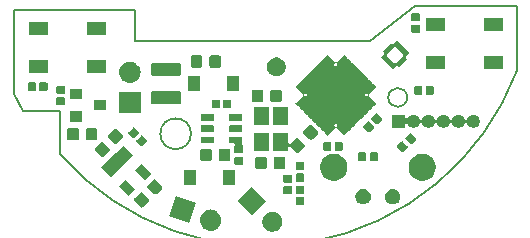
<source format=gts>
%TF.GenerationSoftware,KiCad,Pcbnew,(6.0.0-rc1-dev-1-g01c5bdfb8)*%
%TF.CreationDate,2018-12-05T09:14:26+01:00*%
%TF.ProjectId,lightball,6C6967687462616C6C2E6B696361645F,rev?*%
%TF.SameCoordinates,Original*%
%TF.FileFunction,Soldermask,Top*%
%TF.FilePolarity,Negative*%
%FSLAX46Y46*%
G04 Gerber Fmt 4.6, Leading zero omitted, Abs format (unit mm)*
G04 Created by KiCad (PCBNEW (6.0.0-rc1-dev-1-g01c5bdfb8)) date Wed Dec  5 09:14:26 2018*
%MOMM*%
%LPD*%
G01*
G04 APERTURE LIST*
%ADD10C,0.150000*%
%ADD11C,0.100000*%
G04 APERTURE END LIST*
D10*
X73975000Y-113550000D02*
X72575000Y-113550000D01*
X73975000Y-117200000D02*
X73975000Y-113550000D01*
X112660414Y-110153935D02*
G75*
G02X73975000Y-117200000I-21460414J8103935D01*
G01*
X112675000Y-104650000D02*
X112663015Y-110154914D01*
X104050000Y-104650000D02*
X112675000Y-104650000D01*
X100250000Y-107650000D02*
X104050000Y-104650000D01*
X80300000Y-107650000D02*
X100250000Y-107650000D01*
X80300000Y-105000000D02*
X80300000Y-107650000D01*
X70050000Y-105000000D02*
X80300000Y-105000000D01*
X70050000Y-112150000D02*
X70050000Y-105000000D01*
X70850000Y-113550000D02*
X70050000Y-112150000D01*
X72575000Y-113550000D02*
X70850000Y-113550000D01*
X103375000Y-112400000D02*
G75*
G03X103375000Y-112400000I-800000J0D01*
G01*
X85075000Y-115475000D02*
G75*
G03X85075000Y-115475000I-1300000J0D01*
G01*
D11*
G36*
X92215995Y-122099470D02*
X92370867Y-122163620D01*
X92510248Y-122256752D01*
X92628782Y-122375286D01*
X92721914Y-122514667D01*
X92786064Y-122669539D01*
X92818767Y-122833951D01*
X92818767Y-123001583D01*
X92786064Y-123165995D01*
X92721914Y-123320867D01*
X92628782Y-123460248D01*
X92510248Y-123578782D01*
X92370867Y-123671914D01*
X92215995Y-123736064D01*
X92051583Y-123768767D01*
X91883951Y-123768767D01*
X91719539Y-123736064D01*
X91564667Y-123671914D01*
X91425286Y-123578782D01*
X91306752Y-123460248D01*
X91213620Y-123320867D01*
X91149470Y-123165995D01*
X91116767Y-123001583D01*
X91116767Y-122833951D01*
X91149470Y-122669539D01*
X91213620Y-122514667D01*
X91306752Y-122375286D01*
X91425286Y-122256752D01*
X91564667Y-122163620D01*
X91719539Y-122099470D01*
X91883951Y-122066767D01*
X92051583Y-122066767D01*
X92215995Y-122099470D01*
X92215995Y-122099470D01*
G37*
G36*
X86846363Y-121889119D02*
X86912547Y-121895637D01*
X87025773Y-121929984D01*
X87082387Y-121947157D01*
X87221007Y-122021252D01*
X87238911Y-122030822D01*
X87274649Y-122060152D01*
X87376106Y-122143414D01*
X87459368Y-122244871D01*
X87488698Y-122280609D01*
X87488699Y-122280611D01*
X87572363Y-122437133D01*
X87572363Y-122437134D01*
X87623883Y-122606973D01*
X87641279Y-122783600D01*
X87623883Y-122960227D01*
X87590678Y-123069691D01*
X87572363Y-123130067D01*
X87498268Y-123268687D01*
X87488698Y-123286591D01*
X87460568Y-123320867D01*
X87376106Y-123423786D01*
X87274649Y-123507048D01*
X87238911Y-123536378D01*
X87238909Y-123536379D01*
X87082387Y-123620043D01*
X87025773Y-123637216D01*
X86912547Y-123671563D01*
X86846362Y-123678082D01*
X86780180Y-123684600D01*
X86691660Y-123684600D01*
X86625478Y-123678082D01*
X86559293Y-123671563D01*
X86446067Y-123637216D01*
X86389453Y-123620043D01*
X86232931Y-123536379D01*
X86232929Y-123536378D01*
X86197191Y-123507048D01*
X86095734Y-123423786D01*
X86011272Y-123320867D01*
X85983142Y-123286591D01*
X85973572Y-123268687D01*
X85899477Y-123130067D01*
X85881162Y-123069691D01*
X85847957Y-122960227D01*
X85830561Y-122783600D01*
X85847957Y-122606973D01*
X85899477Y-122437134D01*
X85899477Y-122437133D01*
X85983141Y-122280611D01*
X85983142Y-122280609D01*
X86012472Y-122244871D01*
X86095734Y-122143414D01*
X86197191Y-122060152D01*
X86232929Y-122030822D01*
X86250833Y-122021252D01*
X86389453Y-121947157D01*
X86446067Y-121929984D01*
X86559293Y-121895637D01*
X86625477Y-121889119D01*
X86691660Y-121882600D01*
X86780180Y-121882600D01*
X86846363Y-121889119D01*
X86846363Y-121889119D01*
G37*
G36*
X85503924Y-121376366D02*
X84887604Y-123069692D01*
X83194278Y-122453372D01*
X83810598Y-120760046D01*
X85503924Y-121376366D01*
X85503924Y-121376366D01*
G37*
G36*
X91403496Y-121150000D02*
X90200000Y-122353496D01*
X88996504Y-121150000D01*
X90200000Y-119946504D01*
X91403496Y-121150000D01*
X91403496Y-121150000D01*
G37*
G36*
X80899617Y-120441854D02*
X80933595Y-120452162D01*
X80964913Y-120468902D01*
X80997142Y-120495351D01*
X81475288Y-120973497D01*
X81501737Y-121005726D01*
X81518477Y-121037044D01*
X81528785Y-121071022D01*
X81532265Y-121106363D01*
X81528785Y-121141704D01*
X81518477Y-121175682D01*
X81501737Y-121207000D01*
X81475288Y-121239229D01*
X81050176Y-121664341D01*
X81017947Y-121690790D01*
X80986629Y-121707530D01*
X80952651Y-121717838D01*
X80917310Y-121721318D01*
X80881969Y-121717838D01*
X80847991Y-121707530D01*
X80816673Y-121690790D01*
X80784444Y-121664341D01*
X80306298Y-121186195D01*
X80279849Y-121153966D01*
X80263109Y-121122648D01*
X80252801Y-121088670D01*
X80249321Y-121053329D01*
X80252801Y-121017988D01*
X80263109Y-120984010D01*
X80279849Y-120952692D01*
X80306298Y-120920463D01*
X80731410Y-120495351D01*
X80763639Y-120468902D01*
X80794957Y-120452162D01*
X80828935Y-120441854D01*
X80864276Y-120438374D01*
X80899617Y-120441854D01*
X80899617Y-120441854D01*
G37*
G36*
X94581938Y-120841716D02*
X94602556Y-120847970D01*
X94621556Y-120858126D01*
X94638208Y-120871792D01*
X94651874Y-120888444D01*
X94662030Y-120907444D01*
X94668284Y-120928062D01*
X94671000Y-120955640D01*
X94671000Y-121414360D01*
X94668284Y-121441938D01*
X94662030Y-121462556D01*
X94651874Y-121481556D01*
X94638208Y-121498208D01*
X94621556Y-121511874D01*
X94602556Y-121522030D01*
X94581938Y-121528284D01*
X94554360Y-121531000D01*
X94045640Y-121531000D01*
X94018062Y-121528284D01*
X93997444Y-121522030D01*
X93978444Y-121511874D01*
X93961792Y-121498208D01*
X93948126Y-121481556D01*
X93937970Y-121462556D01*
X93931716Y-121441938D01*
X93929000Y-121414360D01*
X93929000Y-120955640D01*
X93931716Y-120928062D01*
X93937970Y-120907444D01*
X93948126Y-120888444D01*
X93961792Y-120871792D01*
X93978444Y-120858126D01*
X93997444Y-120847970D01*
X94018062Y-120841716D01*
X94045640Y-120839000D01*
X94554360Y-120839000D01*
X94581938Y-120841716D01*
X94581938Y-120841716D01*
G37*
G36*
X102339890Y-120174017D02*
X102458361Y-120223089D01*
X102564992Y-120294338D01*
X102655662Y-120385008D01*
X102655664Y-120385011D01*
X102655665Y-120385012D01*
X102708215Y-120463658D01*
X102726911Y-120491639D01*
X102775983Y-120610110D01*
X102801000Y-120735881D01*
X102801000Y-120864119D01*
X102775983Y-120989890D01*
X102726911Y-121108361D01*
X102726909Y-121108364D01*
X102673012Y-121189027D01*
X102655662Y-121214992D01*
X102564992Y-121305662D01*
X102458361Y-121376911D01*
X102339890Y-121425983D01*
X102214119Y-121451000D01*
X102085881Y-121451000D01*
X101960110Y-121425983D01*
X101841639Y-121376911D01*
X101735008Y-121305662D01*
X101644338Y-121214992D01*
X101626989Y-121189027D01*
X101573091Y-121108364D01*
X101573089Y-121108361D01*
X101524017Y-120989890D01*
X101499000Y-120864119D01*
X101499000Y-120735881D01*
X101524017Y-120610110D01*
X101573089Y-120491639D01*
X101591785Y-120463658D01*
X101644335Y-120385012D01*
X101644336Y-120385011D01*
X101644338Y-120385008D01*
X101735008Y-120294338D01*
X101841639Y-120223089D01*
X101960110Y-120174017D01*
X102085881Y-120149000D01*
X102214119Y-120149000D01*
X102339890Y-120174017D01*
X102339890Y-120174017D01*
G37*
G36*
X99839890Y-120174017D02*
X99958361Y-120223089D01*
X100064992Y-120294338D01*
X100155662Y-120385008D01*
X100155664Y-120385011D01*
X100155665Y-120385012D01*
X100208215Y-120463658D01*
X100226911Y-120491639D01*
X100275983Y-120610110D01*
X100301000Y-120735881D01*
X100301000Y-120864119D01*
X100275983Y-120989890D01*
X100226911Y-121108361D01*
X100226909Y-121108364D01*
X100173012Y-121189027D01*
X100155662Y-121214992D01*
X100064992Y-121305662D01*
X99958361Y-121376911D01*
X99839890Y-121425983D01*
X99714119Y-121451000D01*
X99585881Y-121451000D01*
X99460110Y-121425983D01*
X99341639Y-121376911D01*
X99235008Y-121305662D01*
X99144338Y-121214992D01*
X99126989Y-121189027D01*
X99073091Y-121108364D01*
X99073089Y-121108361D01*
X99024017Y-120989890D01*
X98999000Y-120864119D01*
X98999000Y-120735881D01*
X99024017Y-120610110D01*
X99073089Y-120491639D01*
X99091785Y-120463658D01*
X99144335Y-120385012D01*
X99144336Y-120385011D01*
X99144338Y-120385008D01*
X99235008Y-120294338D01*
X99341639Y-120223089D01*
X99460110Y-120174017D01*
X99585881Y-120149000D01*
X99714119Y-120149000D01*
X99839890Y-120174017D01*
X99839890Y-120174017D01*
G37*
G36*
X80371399Y-120190540D02*
X79839654Y-120722285D01*
X79017995Y-119900626D01*
X79549740Y-119368881D01*
X80371399Y-120190540D01*
X80371399Y-120190540D01*
G37*
G36*
X82013311Y-119328160D02*
X82047289Y-119338468D01*
X82078607Y-119355208D01*
X82110836Y-119381657D01*
X82588982Y-119859803D01*
X82615431Y-119892032D01*
X82632171Y-119923350D01*
X82642479Y-119957328D01*
X82645959Y-119992669D01*
X82642479Y-120028010D01*
X82632171Y-120061988D01*
X82615431Y-120093306D01*
X82588982Y-120125535D01*
X82163870Y-120550647D01*
X82131641Y-120577096D01*
X82100323Y-120593836D01*
X82066345Y-120604144D01*
X82031004Y-120607624D01*
X81995663Y-120604144D01*
X81961685Y-120593836D01*
X81930367Y-120577096D01*
X81898138Y-120550647D01*
X81419992Y-120072501D01*
X81393543Y-120040272D01*
X81376803Y-120008954D01*
X81366495Y-119974976D01*
X81363015Y-119939635D01*
X81366495Y-119904294D01*
X81376803Y-119870316D01*
X81393543Y-119838998D01*
X81419992Y-119806769D01*
X81845104Y-119381657D01*
X81877333Y-119355208D01*
X81908651Y-119338468D01*
X81942629Y-119328160D01*
X81977970Y-119324680D01*
X82013311Y-119328160D01*
X82013311Y-119328160D01*
G37*
G36*
X93531938Y-119906716D02*
X93552556Y-119912970D01*
X93571556Y-119923126D01*
X93588208Y-119936792D01*
X93601874Y-119953444D01*
X93612030Y-119972444D01*
X93618284Y-119993062D01*
X93621000Y-120020640D01*
X93621000Y-120479360D01*
X93618284Y-120506938D01*
X93612030Y-120527556D01*
X93601874Y-120546556D01*
X93588208Y-120563208D01*
X93571556Y-120576874D01*
X93552556Y-120587030D01*
X93531938Y-120593284D01*
X93504360Y-120596000D01*
X92995640Y-120596000D01*
X92968062Y-120593284D01*
X92947444Y-120587030D01*
X92928444Y-120576874D01*
X92911792Y-120563208D01*
X92898126Y-120546556D01*
X92887970Y-120527556D01*
X92881716Y-120506938D01*
X92879000Y-120479360D01*
X92879000Y-120020640D01*
X92881716Y-119993062D01*
X92887970Y-119972444D01*
X92898126Y-119953444D01*
X92911792Y-119936792D01*
X92928444Y-119923126D01*
X92947444Y-119912970D01*
X92968062Y-119906716D01*
X92995640Y-119904000D01*
X93504360Y-119904000D01*
X93531938Y-119906716D01*
X93531938Y-119906716D01*
G37*
G36*
X94581938Y-119871716D02*
X94602556Y-119877970D01*
X94621556Y-119888126D01*
X94638208Y-119901792D01*
X94651874Y-119918444D01*
X94662030Y-119937444D01*
X94668284Y-119958062D01*
X94671000Y-119985640D01*
X94671000Y-120444360D01*
X94668284Y-120471938D01*
X94662030Y-120492556D01*
X94651874Y-120511556D01*
X94638208Y-120528208D01*
X94621556Y-120541874D01*
X94602556Y-120552030D01*
X94581938Y-120558284D01*
X94554360Y-120561000D01*
X94045640Y-120561000D01*
X94018062Y-120558284D01*
X93997444Y-120552030D01*
X93978444Y-120541874D01*
X93961792Y-120528208D01*
X93948126Y-120511556D01*
X93937970Y-120492556D01*
X93931716Y-120471938D01*
X93929000Y-120444360D01*
X93929000Y-119985640D01*
X93931716Y-119958062D01*
X93937970Y-119937444D01*
X93948126Y-119918444D01*
X93961792Y-119901792D01*
X93978444Y-119888126D01*
X93997444Y-119877970D01*
X94018062Y-119871716D01*
X94045640Y-119869000D01*
X94554360Y-119869000D01*
X94581938Y-119871716D01*
X94581938Y-119871716D01*
G37*
G36*
X85485320Y-119832880D02*
X84483320Y-119832880D01*
X84483320Y-118530880D01*
X85485320Y-118530880D01*
X85485320Y-119832880D01*
X85485320Y-119832880D01*
G37*
G36*
X88785320Y-119832880D02*
X87783320Y-119832880D01*
X87783320Y-118530880D01*
X88785320Y-118530880D01*
X88785320Y-119832880D01*
X88785320Y-119832880D01*
G37*
G36*
X93531938Y-118936716D02*
X93552556Y-118942970D01*
X93571556Y-118953126D01*
X93588208Y-118966792D01*
X93601874Y-118983444D01*
X93612030Y-119002444D01*
X93618284Y-119023062D01*
X93621000Y-119050640D01*
X93621000Y-119509360D01*
X93618284Y-119536938D01*
X93612030Y-119557556D01*
X93601874Y-119576556D01*
X93588208Y-119593208D01*
X93571556Y-119606874D01*
X93552556Y-119617030D01*
X93531938Y-119623284D01*
X93504360Y-119626000D01*
X92995640Y-119626000D01*
X92968062Y-119623284D01*
X92947444Y-119617030D01*
X92928444Y-119606874D01*
X92911792Y-119593208D01*
X92898126Y-119576556D01*
X92887970Y-119557556D01*
X92881716Y-119536938D01*
X92879000Y-119509360D01*
X92879000Y-119050640D01*
X92881716Y-119023062D01*
X92887970Y-119002444D01*
X92898126Y-118983444D01*
X92911792Y-118966792D01*
X92928444Y-118953126D01*
X92947444Y-118942970D01*
X92968062Y-118936716D01*
X92995640Y-118934000D01*
X93504360Y-118934000D01*
X93531938Y-118936716D01*
X93531938Y-118936716D01*
G37*
G36*
X94581938Y-118841716D02*
X94602556Y-118847970D01*
X94621556Y-118858126D01*
X94638208Y-118871792D01*
X94651874Y-118888444D01*
X94662030Y-118907444D01*
X94668284Y-118928062D01*
X94671000Y-118955640D01*
X94671000Y-119414360D01*
X94668284Y-119441938D01*
X94662030Y-119462556D01*
X94651874Y-119481556D01*
X94638208Y-119498208D01*
X94621556Y-119511874D01*
X94602556Y-119522030D01*
X94581938Y-119528284D01*
X94554360Y-119531000D01*
X94045640Y-119531000D01*
X94018062Y-119528284D01*
X93997444Y-119522030D01*
X93978444Y-119511874D01*
X93961792Y-119498208D01*
X93948126Y-119481556D01*
X93937970Y-119462556D01*
X93931716Y-119441938D01*
X93929000Y-119414360D01*
X93929000Y-118955640D01*
X93931716Y-118928062D01*
X93937970Y-118907444D01*
X93948126Y-118888444D01*
X93961792Y-118871792D01*
X93978444Y-118858126D01*
X93997444Y-118847970D01*
X94018062Y-118841716D01*
X94045640Y-118839000D01*
X94554360Y-118839000D01*
X94581938Y-118841716D01*
X94581938Y-118841716D01*
G37*
G36*
X104985734Y-117193232D02*
X105195202Y-117279996D01*
X105383723Y-117405962D01*
X105544038Y-117566277D01*
X105670004Y-117754798D01*
X105756768Y-117964266D01*
X105801000Y-118186635D01*
X105801000Y-118413365D01*
X105756768Y-118635734D01*
X105670004Y-118845202D01*
X105544038Y-119033723D01*
X105383723Y-119194038D01*
X105195202Y-119320004D01*
X104985734Y-119406768D01*
X104763365Y-119451000D01*
X104536635Y-119451000D01*
X104314266Y-119406768D01*
X104104798Y-119320004D01*
X103916277Y-119194038D01*
X103755962Y-119033723D01*
X103629996Y-118845202D01*
X103543232Y-118635734D01*
X103499000Y-118413365D01*
X103499000Y-118186635D01*
X103543232Y-117964266D01*
X103629996Y-117754798D01*
X103755962Y-117566277D01*
X103916277Y-117405962D01*
X104104798Y-117279996D01*
X104314266Y-117193232D01*
X104536635Y-117149000D01*
X104763365Y-117149000D01*
X104985734Y-117193232D01*
X104985734Y-117193232D01*
G37*
G36*
X97316830Y-117149934D02*
X97338441Y-117161485D01*
X97361890Y-117168598D01*
X97485734Y-117193232D01*
X97695202Y-117279996D01*
X97883723Y-117405962D01*
X98044038Y-117566277D01*
X98170004Y-117754798D01*
X98256768Y-117964266D01*
X98301000Y-118186635D01*
X98301000Y-118413365D01*
X98256768Y-118635734D01*
X98170004Y-118845202D01*
X98044038Y-119033723D01*
X97883723Y-119194038D01*
X97695202Y-119320004D01*
X97485734Y-119406768D01*
X97263365Y-119451000D01*
X97036635Y-119451000D01*
X96814266Y-119406768D01*
X96604798Y-119320004D01*
X96416277Y-119194038D01*
X96255962Y-119033723D01*
X96129996Y-118845202D01*
X96043232Y-118635734D01*
X95999000Y-118413365D01*
X95999000Y-118186635D01*
X96043232Y-117964266D01*
X96129996Y-117754798D01*
X96255962Y-117566277D01*
X96416277Y-117405962D01*
X96604798Y-117279996D01*
X96814266Y-117193232D01*
X97036635Y-117149000D01*
X97251756Y-117149000D01*
X97276142Y-117146598D01*
X97299591Y-117139485D01*
X97302321Y-117138026D01*
X97316830Y-117149934D01*
X97316830Y-117149934D01*
G37*
G36*
X81714902Y-118847037D02*
X81183157Y-119378782D01*
X80361498Y-118557123D01*
X80893243Y-118025378D01*
X81714902Y-118847037D01*
X81714902Y-118847037D01*
G37*
G36*
X80159267Y-117291402D02*
X79575904Y-117874766D01*
X78867383Y-118583287D01*
X78284019Y-119166650D01*
X77462360Y-118344991D01*
X78082483Y-117724868D01*
X78082494Y-117724859D01*
X78717476Y-117089877D01*
X78717485Y-117089866D01*
X79337608Y-116469743D01*
X80159267Y-117291402D01*
X80159267Y-117291402D01*
G37*
G36*
X94581938Y-117871716D02*
X94602556Y-117877970D01*
X94621556Y-117888126D01*
X94638208Y-117901792D01*
X94651874Y-117918444D01*
X94662030Y-117937444D01*
X94668284Y-117958062D01*
X94671000Y-117985640D01*
X94671000Y-118444360D01*
X94668284Y-118471938D01*
X94662030Y-118492556D01*
X94651874Y-118511556D01*
X94638208Y-118528208D01*
X94621556Y-118541874D01*
X94602556Y-118552030D01*
X94581938Y-118558284D01*
X94554360Y-118561000D01*
X94045640Y-118561000D01*
X94018062Y-118558284D01*
X93997444Y-118552030D01*
X93978444Y-118541874D01*
X93961792Y-118528208D01*
X93948126Y-118511556D01*
X93937970Y-118492556D01*
X93931716Y-118471938D01*
X93929000Y-118444360D01*
X93929000Y-117985640D01*
X93931716Y-117958062D01*
X93937970Y-117937444D01*
X93948126Y-117918444D01*
X93961792Y-117901792D01*
X93978444Y-117888126D01*
X93997444Y-117877970D01*
X94018062Y-117871716D01*
X94045640Y-117869000D01*
X94554360Y-117869000D01*
X94581938Y-117871716D01*
X94581938Y-117871716D01*
G37*
G36*
X92915031Y-117420445D02*
X92949009Y-117430753D01*
X92980327Y-117447493D01*
X93007779Y-117470021D01*
X93030307Y-117497473D01*
X93047047Y-117528791D01*
X93057355Y-117562769D01*
X93061440Y-117604250D01*
X93061440Y-118280470D01*
X93057355Y-118321951D01*
X93047047Y-118355929D01*
X93030307Y-118387247D01*
X93007779Y-118414699D01*
X92980327Y-118437227D01*
X92949009Y-118453967D01*
X92915031Y-118464275D01*
X92873550Y-118468360D01*
X92272330Y-118468360D01*
X92230849Y-118464275D01*
X92196871Y-118453967D01*
X92165553Y-118437227D01*
X92138101Y-118414699D01*
X92115573Y-118387247D01*
X92098833Y-118355929D01*
X92088525Y-118321951D01*
X92084440Y-118280470D01*
X92084440Y-117604250D01*
X92088525Y-117562769D01*
X92098833Y-117528791D01*
X92115573Y-117497473D01*
X92138101Y-117470021D01*
X92165553Y-117447493D01*
X92196871Y-117430753D01*
X92230849Y-117420445D01*
X92272330Y-117416360D01*
X92873550Y-117416360D01*
X92915031Y-117420445D01*
X92915031Y-117420445D01*
G37*
G36*
X91340031Y-117420445D02*
X91374009Y-117430753D01*
X91405327Y-117447493D01*
X91432779Y-117470021D01*
X91455307Y-117497473D01*
X91472047Y-117528791D01*
X91482355Y-117562769D01*
X91486440Y-117604250D01*
X91486440Y-118280470D01*
X91482355Y-118321951D01*
X91472047Y-118355929D01*
X91455307Y-118387247D01*
X91432779Y-118414699D01*
X91405327Y-118437227D01*
X91374009Y-118453967D01*
X91340031Y-118464275D01*
X91298550Y-118468360D01*
X90697330Y-118468360D01*
X90655849Y-118464275D01*
X90621871Y-118453967D01*
X90590553Y-118437227D01*
X90563101Y-118414699D01*
X90540573Y-118387247D01*
X90523833Y-118355929D01*
X90513525Y-118321951D01*
X90509440Y-118280470D01*
X90509440Y-117604250D01*
X90513525Y-117562769D01*
X90523833Y-117528791D01*
X90540573Y-117497473D01*
X90563101Y-117470021D01*
X90590553Y-117447493D01*
X90621871Y-117430753D01*
X90655849Y-117420445D01*
X90697330Y-117416360D01*
X91298550Y-117416360D01*
X91340031Y-117420445D01*
X91340031Y-117420445D01*
G37*
G36*
X89406938Y-117416716D02*
X89427556Y-117422970D01*
X89446556Y-117433126D01*
X89463208Y-117446792D01*
X89476874Y-117463444D01*
X89487030Y-117482444D01*
X89493284Y-117503062D01*
X89496000Y-117530640D01*
X89496000Y-117989360D01*
X89493284Y-118016938D01*
X89487030Y-118037556D01*
X89476874Y-118056556D01*
X89463208Y-118073208D01*
X89446556Y-118086874D01*
X89427556Y-118097030D01*
X89406938Y-118103284D01*
X89379360Y-118106000D01*
X88870640Y-118106000D01*
X88843062Y-118103284D01*
X88822444Y-118097030D01*
X88803444Y-118086874D01*
X88786792Y-118073208D01*
X88773126Y-118056556D01*
X88762970Y-118037556D01*
X88756716Y-118016938D01*
X88754000Y-117989360D01*
X88754000Y-117530640D01*
X88756716Y-117503062D01*
X88762970Y-117482444D01*
X88773126Y-117463444D01*
X88786792Y-117446792D01*
X88803444Y-117433126D01*
X88822444Y-117422970D01*
X88843062Y-117416716D01*
X88870640Y-117414000D01*
X89379360Y-117414000D01*
X89406938Y-117416716D01*
X89406938Y-117416716D01*
G37*
G36*
X100802698Y-117060996D02*
X100823316Y-117067250D01*
X100842316Y-117077406D01*
X100858968Y-117091072D01*
X100872634Y-117107724D01*
X100882790Y-117126724D01*
X100889044Y-117147342D01*
X100891760Y-117174920D01*
X100891760Y-117683640D01*
X100889044Y-117711218D01*
X100882790Y-117731836D01*
X100872634Y-117750836D01*
X100858968Y-117767488D01*
X100842316Y-117781154D01*
X100823316Y-117791310D01*
X100802698Y-117797564D01*
X100775120Y-117800280D01*
X100316400Y-117800280D01*
X100288822Y-117797564D01*
X100268204Y-117791310D01*
X100249204Y-117781154D01*
X100232552Y-117767488D01*
X100218886Y-117750836D01*
X100208730Y-117731836D01*
X100202476Y-117711218D01*
X100199760Y-117683640D01*
X100199760Y-117174920D01*
X100202476Y-117147342D01*
X100208730Y-117126724D01*
X100218886Y-117107724D01*
X100232552Y-117091072D01*
X100249204Y-117077406D01*
X100268204Y-117067250D01*
X100288822Y-117060996D01*
X100316400Y-117058280D01*
X100775120Y-117058280D01*
X100802698Y-117060996D01*
X100802698Y-117060996D01*
G37*
G36*
X99832698Y-117060996D02*
X99853316Y-117067250D01*
X99872316Y-117077406D01*
X99888968Y-117091072D01*
X99902634Y-117107724D01*
X99912790Y-117126724D01*
X99919044Y-117147342D01*
X99921760Y-117174920D01*
X99921760Y-117683640D01*
X99919044Y-117711218D01*
X99912790Y-117731836D01*
X99902634Y-117750836D01*
X99888968Y-117767488D01*
X99872316Y-117781154D01*
X99853316Y-117791310D01*
X99832698Y-117797564D01*
X99805120Y-117800280D01*
X99346400Y-117800280D01*
X99318822Y-117797564D01*
X99298204Y-117791310D01*
X99279204Y-117781154D01*
X99262552Y-117767488D01*
X99248886Y-117750836D01*
X99238730Y-117731836D01*
X99232476Y-117711218D01*
X99229760Y-117683640D01*
X99229760Y-117174920D01*
X99232476Y-117147342D01*
X99238730Y-117126724D01*
X99248886Y-117107724D01*
X99262552Y-117091072D01*
X99279204Y-117077406D01*
X99298204Y-117067250D01*
X99318822Y-117060996D01*
X99346400Y-117058280D01*
X99805120Y-117058280D01*
X99832698Y-117060996D01*
X99832698Y-117060996D01*
G37*
G36*
X86686751Y-116729565D02*
X86720729Y-116739873D01*
X86752047Y-116756613D01*
X86779499Y-116779141D01*
X86802027Y-116806593D01*
X86818767Y-116837911D01*
X86829075Y-116871889D01*
X86833160Y-116913370D01*
X86833160Y-117589590D01*
X86829075Y-117631071D01*
X86818767Y-117665049D01*
X86802027Y-117696367D01*
X86779499Y-117723819D01*
X86752047Y-117746347D01*
X86720729Y-117763087D01*
X86686751Y-117773395D01*
X86645270Y-117777480D01*
X86044050Y-117777480D01*
X86002569Y-117773395D01*
X85968591Y-117763087D01*
X85937273Y-117746347D01*
X85909821Y-117723819D01*
X85887293Y-117696367D01*
X85870553Y-117665049D01*
X85860245Y-117631071D01*
X85856160Y-117589590D01*
X85856160Y-116913370D01*
X85860245Y-116871889D01*
X85870553Y-116837911D01*
X85887293Y-116806593D01*
X85909821Y-116779141D01*
X85937273Y-116756613D01*
X85968591Y-116739873D01*
X86002569Y-116729565D01*
X86044050Y-116725480D01*
X86645270Y-116725480D01*
X86686751Y-116729565D01*
X86686751Y-116729565D01*
G37*
G36*
X88261751Y-116729565D02*
X88295729Y-116739873D01*
X88327047Y-116756613D01*
X88354499Y-116779141D01*
X88377027Y-116806593D01*
X88393767Y-116837911D01*
X88404075Y-116871889D01*
X88408160Y-116913370D01*
X88408160Y-117589590D01*
X88404075Y-117631071D01*
X88393767Y-117665049D01*
X88377027Y-117696367D01*
X88354499Y-117723819D01*
X88327047Y-117746347D01*
X88295729Y-117763087D01*
X88261751Y-117773395D01*
X88220270Y-117777480D01*
X87619050Y-117777480D01*
X87577569Y-117773395D01*
X87543591Y-117763087D01*
X87512273Y-117746347D01*
X87484821Y-117723819D01*
X87462293Y-117696367D01*
X87445553Y-117665049D01*
X87435245Y-117631071D01*
X87431160Y-117589590D01*
X87431160Y-116913370D01*
X87435245Y-116871889D01*
X87445553Y-116837911D01*
X87462293Y-116806593D01*
X87484821Y-116779141D01*
X87512273Y-116756613D01*
X87543591Y-116739873D01*
X87577569Y-116729565D01*
X87619050Y-116725480D01*
X88220270Y-116725480D01*
X88261751Y-116729565D01*
X88261751Y-116729565D01*
G37*
G36*
X77577297Y-116164495D02*
X77611275Y-116174803D01*
X77642593Y-116191543D01*
X77674822Y-116217992D01*
X78152968Y-116696138D01*
X78179417Y-116728367D01*
X78196157Y-116759685D01*
X78206465Y-116793663D01*
X78209945Y-116829004D01*
X78206465Y-116864345D01*
X78196157Y-116898323D01*
X78179417Y-116929641D01*
X78152968Y-116961870D01*
X77727856Y-117386982D01*
X77695627Y-117413431D01*
X77664309Y-117430171D01*
X77630331Y-117440479D01*
X77594990Y-117443959D01*
X77559649Y-117440479D01*
X77525671Y-117430171D01*
X77494353Y-117413431D01*
X77462124Y-117386982D01*
X76983978Y-116908836D01*
X76957529Y-116876607D01*
X76940789Y-116845289D01*
X76930481Y-116811311D01*
X76927001Y-116775970D01*
X76930481Y-116740629D01*
X76940789Y-116706651D01*
X76957529Y-116675333D01*
X76983978Y-116643104D01*
X77409090Y-116217992D01*
X77441319Y-116191543D01*
X77472637Y-116174803D01*
X77506615Y-116164495D01*
X77541956Y-116161015D01*
X77577297Y-116164495D01*
X77577297Y-116164495D01*
G37*
G36*
X89340479Y-115710424D02*
X89355702Y-115715042D01*
X89369735Y-115722543D01*
X89382028Y-115732632D01*
X89392117Y-115744925D01*
X89399618Y-115758958D01*
X89404236Y-115774181D01*
X89406400Y-115796151D01*
X89406400Y-116197369D01*
X89404236Y-116219339D01*
X89399618Y-116234562D01*
X89392117Y-116248595D01*
X89382964Y-116259748D01*
X89369350Y-116280122D01*
X89359973Y-116302761D01*
X89355192Y-116326794D01*
X89355192Y-116351299D01*
X89359972Y-116375332D01*
X89369350Y-116397971D01*
X89382963Y-116418346D01*
X89400291Y-116435673D01*
X89420665Y-116449287D01*
X89446556Y-116463126D01*
X89463208Y-116476792D01*
X89476874Y-116493444D01*
X89487030Y-116512444D01*
X89493284Y-116533062D01*
X89496000Y-116560640D01*
X89496000Y-117019360D01*
X89493284Y-117046938D01*
X89487030Y-117067556D01*
X89476874Y-117086556D01*
X89463208Y-117103208D01*
X89446556Y-117116874D01*
X89427556Y-117127030D01*
X89406938Y-117133284D01*
X89379360Y-117136000D01*
X88870640Y-117136000D01*
X88843062Y-117133284D01*
X88822444Y-117127030D01*
X88803444Y-117116874D01*
X88786792Y-117103208D01*
X88773126Y-117086556D01*
X88762970Y-117067556D01*
X88756716Y-117046938D01*
X88754000Y-117019360D01*
X88754000Y-116560640D01*
X88756716Y-116533062D01*
X88762970Y-116512444D01*
X88773126Y-116493444D01*
X88776316Y-116489557D01*
X88789930Y-116469182D01*
X88799306Y-116446543D01*
X88804086Y-116422509D01*
X88804086Y-116398005D01*
X88799305Y-116373971D01*
X88789927Y-116351333D01*
X88776312Y-116330958D01*
X88758985Y-116313632D01*
X88738610Y-116300018D01*
X88715971Y-116290642D01*
X88679688Y-116285260D01*
X88392291Y-116285260D01*
X88370321Y-116283096D01*
X88355098Y-116278478D01*
X88341065Y-116270977D01*
X88328772Y-116260888D01*
X88318683Y-116248595D01*
X88311182Y-116234562D01*
X88306564Y-116219339D01*
X88304400Y-116197369D01*
X88304400Y-115796151D01*
X88306564Y-115774181D01*
X88311182Y-115758958D01*
X88318683Y-115744925D01*
X88328772Y-115732632D01*
X88341065Y-115722543D01*
X88355098Y-115715042D01*
X88370321Y-115710424D01*
X88392291Y-115708260D01*
X89318509Y-115708260D01*
X89340479Y-115710424D01*
X89340479Y-115710424D01*
G37*
G36*
X93302480Y-116207706D02*
X93304882Y-116232092D01*
X93311995Y-116255541D01*
X93323546Y-116277152D01*
X93339092Y-116296094D01*
X93358034Y-116311640D01*
X93379645Y-116323191D01*
X93403094Y-116330304D01*
X93427480Y-116332706D01*
X93451866Y-116330304D01*
X93475315Y-116323191D01*
X93496926Y-116311640D01*
X93515868Y-116296094D01*
X93934330Y-115877632D01*
X93966559Y-115851183D01*
X93997877Y-115834443D01*
X94031855Y-115824135D01*
X94067196Y-115820655D01*
X94102537Y-115824135D01*
X94136515Y-115834443D01*
X94167833Y-115851183D01*
X94200062Y-115877632D01*
X94678208Y-116355778D01*
X94704657Y-116388007D01*
X94721397Y-116419325D01*
X94731705Y-116453303D01*
X94735185Y-116488644D01*
X94731705Y-116523985D01*
X94721397Y-116557963D01*
X94704657Y-116589281D01*
X94678208Y-116621510D01*
X94253096Y-117046622D01*
X94220867Y-117073071D01*
X94189549Y-117089811D01*
X94155571Y-117100119D01*
X94120230Y-117103599D01*
X94084889Y-117100119D01*
X94050911Y-117089811D01*
X94019593Y-117073071D01*
X93987364Y-117046622D01*
X93515868Y-116575126D01*
X93496926Y-116559580D01*
X93475315Y-116548029D01*
X93451866Y-116540916D01*
X93427480Y-116538514D01*
X93403094Y-116540916D01*
X93379645Y-116548029D01*
X93358034Y-116559580D01*
X93339092Y-116575126D01*
X93323546Y-116594068D01*
X93311995Y-116615679D01*
X93304882Y-116639128D01*
X93302480Y-116663514D01*
X93302480Y-116907920D01*
X92000480Y-116907920D01*
X92000480Y-115405920D01*
X93302480Y-115405920D01*
X93302480Y-116207706D01*
X93302480Y-116207706D01*
G37*
G36*
X102985813Y-116109438D02*
X103006431Y-116115692D01*
X103025431Y-116125848D01*
X103046856Y-116143431D01*
X103406569Y-116503144D01*
X103424152Y-116524569D01*
X103434308Y-116543569D01*
X103440562Y-116564187D01*
X103442673Y-116585625D01*
X103440562Y-116607063D01*
X103434308Y-116627681D01*
X103424152Y-116646681D01*
X103406569Y-116668106D01*
X103082212Y-116992463D01*
X103060787Y-117010046D01*
X103041787Y-117020202D01*
X103021169Y-117026456D01*
X102999731Y-117028567D01*
X102978293Y-117026456D01*
X102957675Y-117020202D01*
X102938675Y-117010046D01*
X102917250Y-116992463D01*
X102557537Y-116632750D01*
X102539954Y-116611325D01*
X102529798Y-116592325D01*
X102523544Y-116571707D01*
X102521433Y-116550269D01*
X102523544Y-116528831D01*
X102529798Y-116508213D01*
X102539954Y-116489213D01*
X102557537Y-116467788D01*
X102881894Y-116143431D01*
X102903319Y-116125848D01*
X102922319Y-116115692D01*
X102942937Y-116109438D01*
X102964375Y-116107327D01*
X102985813Y-116109438D01*
X102985813Y-116109438D01*
G37*
G36*
X97841938Y-116181716D02*
X97862556Y-116187970D01*
X97881556Y-116198126D01*
X97898208Y-116211792D01*
X97911874Y-116228444D01*
X97922030Y-116247444D01*
X97928284Y-116268062D01*
X97931000Y-116295640D01*
X97931000Y-116804360D01*
X97928284Y-116831938D01*
X97922030Y-116852556D01*
X97911874Y-116871556D01*
X97898208Y-116888208D01*
X97881556Y-116901874D01*
X97862556Y-116912030D01*
X97841938Y-116918284D01*
X97814360Y-116921000D01*
X97386276Y-116921000D01*
X97361890Y-116923402D01*
X97338441Y-116930515D01*
X97335437Y-116932121D01*
X97310682Y-116913760D01*
X97288442Y-116901872D01*
X97271792Y-116888208D01*
X97258126Y-116871556D01*
X97247970Y-116852556D01*
X97241716Y-116831938D01*
X97239000Y-116804360D01*
X97239000Y-116295640D01*
X97241716Y-116268062D01*
X97247970Y-116247444D01*
X97258126Y-116228444D01*
X97271792Y-116211792D01*
X97288444Y-116198126D01*
X97307444Y-116187970D01*
X97328062Y-116181716D01*
X97355640Y-116179000D01*
X97814360Y-116179000D01*
X97841938Y-116181716D01*
X97841938Y-116181716D01*
G37*
G36*
X96871938Y-116181716D02*
X96892556Y-116187970D01*
X96911556Y-116198126D01*
X96928208Y-116211792D01*
X96941874Y-116228444D01*
X96952030Y-116247444D01*
X96958284Y-116268062D01*
X96961000Y-116295640D01*
X96961000Y-116804360D01*
X96958284Y-116831938D01*
X96952030Y-116852556D01*
X96941874Y-116871556D01*
X96928208Y-116888208D01*
X96911556Y-116901874D01*
X96892556Y-116912030D01*
X96871938Y-116918284D01*
X96844360Y-116921000D01*
X96385640Y-116921000D01*
X96358062Y-116918284D01*
X96337444Y-116912030D01*
X96318444Y-116901874D01*
X96301792Y-116888208D01*
X96288126Y-116871556D01*
X96277970Y-116852556D01*
X96271716Y-116831938D01*
X96269000Y-116804360D01*
X96269000Y-116295640D01*
X96271716Y-116268062D01*
X96277970Y-116247444D01*
X96288126Y-116228444D01*
X96301792Y-116211792D01*
X96318444Y-116198126D01*
X96337444Y-116187970D01*
X96358062Y-116181716D01*
X96385640Y-116179000D01*
X96844360Y-116179000D01*
X96871938Y-116181716D01*
X96871938Y-116181716D01*
G37*
G36*
X91702480Y-116907920D02*
X90400480Y-116907920D01*
X90400480Y-115405920D01*
X91702480Y-115405920D01*
X91702480Y-116907920D01*
X91702480Y-116907920D01*
G37*
G36*
X80935623Y-115611918D02*
X80956241Y-115618172D01*
X80975241Y-115628328D01*
X80996666Y-115645911D01*
X81321023Y-115970268D01*
X81338606Y-115991693D01*
X81348762Y-116010693D01*
X81355016Y-116031311D01*
X81357127Y-116052749D01*
X81355016Y-116074187D01*
X81348762Y-116094805D01*
X81338606Y-116113805D01*
X81321023Y-116135230D01*
X80961310Y-116494943D01*
X80939885Y-116512526D01*
X80920885Y-116522682D01*
X80900267Y-116528936D01*
X80878829Y-116531047D01*
X80857391Y-116528936D01*
X80836773Y-116522682D01*
X80817773Y-116512526D01*
X80796348Y-116494943D01*
X80471991Y-116170586D01*
X80454408Y-116149161D01*
X80444252Y-116130161D01*
X80437998Y-116109543D01*
X80435887Y-116088105D01*
X80437998Y-116066667D01*
X80444252Y-116046049D01*
X80454408Y-116027049D01*
X80471991Y-116005624D01*
X80831704Y-115645911D01*
X80853129Y-115628328D01*
X80872129Y-115618172D01*
X80892747Y-115611918D01*
X80914185Y-115609807D01*
X80935623Y-115611918D01*
X80935623Y-115611918D01*
G37*
G36*
X103671707Y-115423544D02*
X103692325Y-115429798D01*
X103711325Y-115439954D01*
X103732750Y-115457537D01*
X104092463Y-115817250D01*
X104110046Y-115838675D01*
X104120202Y-115857675D01*
X104126456Y-115878293D01*
X104128567Y-115899731D01*
X104126456Y-115921169D01*
X104120202Y-115941787D01*
X104110046Y-115960787D01*
X104092463Y-115982212D01*
X103768106Y-116306569D01*
X103746681Y-116324152D01*
X103727681Y-116334308D01*
X103707063Y-116340562D01*
X103685625Y-116342673D01*
X103664187Y-116340562D01*
X103643569Y-116334308D01*
X103624569Y-116324152D01*
X103603144Y-116306569D01*
X103243431Y-115946856D01*
X103225848Y-115925431D01*
X103215692Y-115906431D01*
X103209438Y-115885813D01*
X103207327Y-115864375D01*
X103209438Y-115842937D01*
X103215692Y-115822319D01*
X103225848Y-115803319D01*
X103243431Y-115781894D01*
X103567788Y-115457537D01*
X103589213Y-115439954D01*
X103608213Y-115429798D01*
X103628831Y-115423544D01*
X103650269Y-115421433D01*
X103671707Y-115423544D01*
X103671707Y-115423544D01*
G37*
G36*
X78690991Y-115050801D02*
X78724969Y-115061109D01*
X78756287Y-115077849D01*
X78788516Y-115104298D01*
X79266662Y-115582444D01*
X79293111Y-115614673D01*
X79309851Y-115645991D01*
X79320159Y-115679969D01*
X79323639Y-115715310D01*
X79320159Y-115750651D01*
X79309851Y-115784629D01*
X79293111Y-115815947D01*
X79266662Y-115848176D01*
X78841550Y-116273288D01*
X78809321Y-116299737D01*
X78778003Y-116316477D01*
X78744025Y-116326785D01*
X78708684Y-116330265D01*
X78673343Y-116326785D01*
X78639365Y-116316477D01*
X78608047Y-116299737D01*
X78575818Y-116273288D01*
X78097672Y-115795142D01*
X78071223Y-115762913D01*
X78054483Y-115731595D01*
X78044175Y-115697617D01*
X78040695Y-115662276D01*
X78044175Y-115626935D01*
X78054483Y-115592957D01*
X78071223Y-115561639D01*
X78097672Y-115529410D01*
X78522784Y-115104298D01*
X78555013Y-115077849D01*
X78586331Y-115061109D01*
X78620309Y-115050801D01*
X78655650Y-115047321D01*
X78690991Y-115050801D01*
X78690991Y-115050801D01*
G37*
G36*
X86940479Y-115710424D02*
X86955702Y-115715042D01*
X86969735Y-115722543D01*
X86982028Y-115732632D01*
X86992117Y-115744925D01*
X86999618Y-115758958D01*
X87004236Y-115774181D01*
X87006400Y-115796151D01*
X87006400Y-116197369D01*
X87004236Y-116219339D01*
X86999618Y-116234562D01*
X86992117Y-116248595D01*
X86982028Y-116260888D01*
X86969735Y-116270977D01*
X86955702Y-116278478D01*
X86940479Y-116283096D01*
X86918509Y-116285260D01*
X85992291Y-116285260D01*
X85970321Y-116283096D01*
X85955098Y-116278478D01*
X85941065Y-116270977D01*
X85928772Y-116260888D01*
X85918683Y-116248595D01*
X85911182Y-116234562D01*
X85906564Y-116219339D01*
X85904400Y-116197369D01*
X85904400Y-115796151D01*
X85906564Y-115774181D01*
X85911182Y-115758958D01*
X85918683Y-115744925D01*
X85928772Y-115732632D01*
X85941065Y-115722543D01*
X85955098Y-115715042D01*
X85970321Y-115710424D01*
X85992291Y-115708260D01*
X86918509Y-115708260D01*
X86940479Y-115710424D01*
X86940479Y-115710424D01*
G37*
G36*
X77004471Y-114997285D02*
X77038449Y-115007593D01*
X77069767Y-115024333D01*
X77097219Y-115046861D01*
X77119747Y-115074313D01*
X77136487Y-115105631D01*
X77146795Y-115139609D01*
X77150880Y-115181090D01*
X77150880Y-115857310D01*
X77146795Y-115898791D01*
X77136487Y-115932769D01*
X77119747Y-115964087D01*
X77097219Y-115991539D01*
X77069767Y-116014067D01*
X77038449Y-116030807D01*
X77004471Y-116041115D01*
X76962990Y-116045200D01*
X76361770Y-116045200D01*
X76320289Y-116041115D01*
X76286311Y-116030807D01*
X76254993Y-116014067D01*
X76227541Y-115991539D01*
X76205013Y-115964087D01*
X76188273Y-115932769D01*
X76177965Y-115898791D01*
X76173880Y-115857310D01*
X76173880Y-115181090D01*
X76177965Y-115139609D01*
X76188273Y-115105631D01*
X76205013Y-115074313D01*
X76227541Y-115046861D01*
X76254993Y-115024333D01*
X76286311Y-115007593D01*
X76320289Y-114997285D01*
X76361770Y-114993200D01*
X76962990Y-114993200D01*
X77004471Y-114997285D01*
X77004471Y-114997285D01*
G37*
G36*
X75429471Y-114997285D02*
X75463449Y-115007593D01*
X75494767Y-115024333D01*
X75522219Y-115046861D01*
X75544747Y-115074313D01*
X75561487Y-115105631D01*
X75571795Y-115139609D01*
X75575880Y-115181090D01*
X75575880Y-115857310D01*
X75571795Y-115898791D01*
X75561487Y-115932769D01*
X75544747Y-115964087D01*
X75522219Y-115991539D01*
X75494767Y-116014067D01*
X75463449Y-116030807D01*
X75429471Y-116041115D01*
X75387990Y-116045200D01*
X74786770Y-116045200D01*
X74745289Y-116041115D01*
X74711311Y-116030807D01*
X74679993Y-116014067D01*
X74652541Y-115991539D01*
X74630013Y-115964087D01*
X74613273Y-115932769D01*
X74602965Y-115898791D01*
X74598880Y-115857310D01*
X74598880Y-115181090D01*
X74602965Y-115139609D01*
X74613273Y-115105631D01*
X74630013Y-115074313D01*
X74652541Y-115046861D01*
X74679993Y-115024333D01*
X74711311Y-115007593D01*
X74745289Y-114997285D01*
X74786770Y-114993200D01*
X75387990Y-114993200D01*
X75429471Y-114997285D01*
X75429471Y-114997285D01*
G37*
G36*
X95216231Y-114710441D02*
X95250209Y-114720749D01*
X95281527Y-114737489D01*
X95313756Y-114763938D01*
X95791902Y-115242084D01*
X95818351Y-115274313D01*
X95835091Y-115305631D01*
X95845399Y-115339609D01*
X95848879Y-115374950D01*
X95845399Y-115410291D01*
X95835091Y-115444269D01*
X95818351Y-115475587D01*
X95791902Y-115507816D01*
X95366790Y-115932928D01*
X95334561Y-115959377D01*
X95303243Y-115976117D01*
X95269265Y-115986425D01*
X95233924Y-115989905D01*
X95198583Y-115986425D01*
X95164605Y-115976117D01*
X95133287Y-115959377D01*
X95101058Y-115932928D01*
X94622912Y-115454782D01*
X94596463Y-115422553D01*
X94579723Y-115391235D01*
X94569415Y-115357257D01*
X94565935Y-115321916D01*
X94569415Y-115286575D01*
X94579723Y-115252597D01*
X94596463Y-115221279D01*
X94622912Y-115189050D01*
X95048024Y-114763938D01*
X95080253Y-114737489D01*
X95111571Y-114720749D01*
X95145549Y-114710441D01*
X95180890Y-114706961D01*
X95216231Y-114710441D01*
X95216231Y-114710441D01*
G37*
G36*
X80249729Y-114926024D02*
X80270347Y-114932278D01*
X80289347Y-114942434D01*
X80310772Y-114960017D01*
X80635129Y-115284374D01*
X80652712Y-115305799D01*
X80662868Y-115324799D01*
X80669122Y-115345417D01*
X80671233Y-115366855D01*
X80669122Y-115388293D01*
X80662868Y-115408911D01*
X80652712Y-115427911D01*
X80635129Y-115449336D01*
X80275416Y-115809049D01*
X80253991Y-115826632D01*
X80234991Y-115836788D01*
X80214373Y-115843042D01*
X80192935Y-115845153D01*
X80171497Y-115843042D01*
X80150879Y-115836788D01*
X80131879Y-115826632D01*
X80110454Y-115809049D01*
X79786097Y-115484692D01*
X79768514Y-115463267D01*
X79758358Y-115444267D01*
X79752104Y-115423649D01*
X79749993Y-115402211D01*
X79752104Y-115380773D01*
X79758358Y-115360155D01*
X79768514Y-115341155D01*
X79786097Y-115319730D01*
X80145810Y-114960017D01*
X80167235Y-114942434D01*
X80186235Y-114932278D01*
X80206853Y-114926024D01*
X80228291Y-114923913D01*
X80249729Y-114926024D01*
X80249729Y-114926024D01*
G37*
G36*
X98054426Y-108784747D02*
X98059097Y-108786164D01*
X98063399Y-108788464D01*
X98071949Y-108795480D01*
X98276092Y-108999623D01*
X98283108Y-109008173D01*
X98285408Y-109012475D01*
X98286825Y-109017146D01*
X98287633Y-109025350D01*
X98292414Y-109049384D01*
X98301792Y-109072023D01*
X98315407Y-109092397D01*
X98332734Y-109109723D01*
X98353109Y-109123337D01*
X98375749Y-109132714D01*
X98399775Y-109137493D01*
X98407979Y-109138301D01*
X98412650Y-109139718D01*
X98416952Y-109142018D01*
X98425502Y-109149034D01*
X98629645Y-109353177D01*
X98636661Y-109361727D01*
X98638961Y-109366029D01*
X98640378Y-109370700D01*
X98641186Y-109378904D01*
X98645968Y-109402937D01*
X98655346Y-109425576D01*
X98668960Y-109445950D01*
X98686288Y-109463277D01*
X98706663Y-109476890D01*
X98729302Y-109486267D01*
X98753329Y-109491046D01*
X98761533Y-109491854D01*
X98766204Y-109493271D01*
X98770506Y-109495571D01*
X98779056Y-109502587D01*
X98983199Y-109706730D01*
X98990215Y-109715280D01*
X98992515Y-109719582D01*
X98993932Y-109724253D01*
X98994740Y-109732457D01*
X98999521Y-109756491D01*
X99008899Y-109779130D01*
X99022514Y-109799504D01*
X99039841Y-109816830D01*
X99060216Y-109830444D01*
X99082856Y-109839821D01*
X99106882Y-109844600D01*
X99115086Y-109845408D01*
X99119757Y-109846825D01*
X99124059Y-109849125D01*
X99132609Y-109856141D01*
X99336752Y-110060284D01*
X99343768Y-110068834D01*
X99346068Y-110073136D01*
X99347485Y-110077807D01*
X99348293Y-110086011D01*
X99353075Y-110110044D01*
X99362453Y-110132683D01*
X99376067Y-110153057D01*
X99393395Y-110170384D01*
X99413770Y-110183997D01*
X99436409Y-110193374D01*
X99460435Y-110198153D01*
X99468639Y-110198961D01*
X99473310Y-110200378D01*
X99477612Y-110202678D01*
X99486162Y-110209694D01*
X99690305Y-110413837D01*
X99697321Y-110422387D01*
X99699621Y-110426689D01*
X99701038Y-110431360D01*
X99701846Y-110439564D01*
X99706628Y-110463597D01*
X99716006Y-110486236D01*
X99729620Y-110506610D01*
X99746948Y-110523937D01*
X99767323Y-110537550D01*
X99789962Y-110546927D01*
X99813989Y-110551706D01*
X99822193Y-110552514D01*
X99826864Y-110553931D01*
X99831166Y-110556231D01*
X99839716Y-110563247D01*
X100043859Y-110767390D01*
X100050875Y-110775940D01*
X100053175Y-110780242D01*
X100054592Y-110784913D01*
X100055400Y-110793117D01*
X100060181Y-110817151D01*
X100069559Y-110839790D01*
X100083174Y-110860164D01*
X100100501Y-110877490D01*
X100120876Y-110891104D01*
X100143516Y-110900481D01*
X100167542Y-110905260D01*
X100175746Y-110906068D01*
X100180417Y-110907485D01*
X100184719Y-110909785D01*
X100193269Y-110916801D01*
X100397412Y-111120944D01*
X100404428Y-111129494D01*
X100406728Y-111133796D01*
X100408145Y-111138467D01*
X100408953Y-111146671D01*
X100413735Y-111170704D01*
X100423113Y-111193343D01*
X100436727Y-111213717D01*
X100454055Y-111231044D01*
X100474430Y-111244657D01*
X100497069Y-111254034D01*
X100521096Y-111258813D01*
X100529300Y-111259621D01*
X100533971Y-111261038D01*
X100538273Y-111263338D01*
X100546823Y-111270354D01*
X100750966Y-111474497D01*
X100757982Y-111483047D01*
X100760282Y-111487349D01*
X100761699Y-111492020D01*
X100762177Y-111496877D01*
X100761699Y-111501734D01*
X100760282Y-111506405D01*
X100757982Y-111510707D01*
X100750966Y-111519257D01*
X100154627Y-112115596D01*
X100139081Y-112134538D01*
X100127530Y-112156149D01*
X100120417Y-112179598D01*
X100118015Y-112203984D01*
X100120417Y-112228370D01*
X100127530Y-112251819D01*
X100139081Y-112273430D01*
X100154627Y-112292372D01*
X100750966Y-112888711D01*
X100757982Y-112897261D01*
X100760282Y-112901563D01*
X100761699Y-112906234D01*
X100762177Y-112911091D01*
X100761699Y-112915948D01*
X100760282Y-112920619D01*
X100757982Y-112924921D01*
X100750966Y-112933471D01*
X100546823Y-113137614D01*
X100538273Y-113144630D01*
X100533971Y-113146930D01*
X100529300Y-113148347D01*
X100521096Y-113149155D01*
X100497062Y-113153936D01*
X100474423Y-113163314D01*
X100454049Y-113176929D01*
X100436723Y-113194256D01*
X100423109Y-113214631D01*
X100413732Y-113237271D01*
X100408953Y-113261297D01*
X100408145Y-113269501D01*
X100406728Y-113274172D01*
X100404428Y-113278474D01*
X100397412Y-113287024D01*
X100193269Y-113491167D01*
X100184719Y-113498183D01*
X100180417Y-113500483D01*
X100175746Y-113501900D01*
X100167542Y-113502708D01*
X100143509Y-113507490D01*
X100120870Y-113516868D01*
X100100496Y-113530482D01*
X100083169Y-113547810D01*
X100069556Y-113568185D01*
X100060179Y-113590824D01*
X100055400Y-113614851D01*
X100054592Y-113623055D01*
X100053175Y-113627726D01*
X100050875Y-113632028D01*
X100043859Y-113640578D01*
X99839716Y-113844721D01*
X99831166Y-113851737D01*
X99826864Y-113854037D01*
X99822193Y-113855454D01*
X99813989Y-113856262D01*
X99789955Y-113861043D01*
X99767316Y-113870421D01*
X99746942Y-113884036D01*
X99729616Y-113901363D01*
X99716002Y-113921738D01*
X99706625Y-113944378D01*
X99701846Y-113968404D01*
X99701038Y-113976608D01*
X99699621Y-113981279D01*
X99697321Y-113985581D01*
X99690305Y-113994131D01*
X99486162Y-114198274D01*
X99477612Y-114205290D01*
X99473310Y-114207590D01*
X99468639Y-114209007D01*
X99460435Y-114209815D01*
X99436402Y-114214597D01*
X99413763Y-114223975D01*
X99393389Y-114237589D01*
X99376062Y-114254917D01*
X99362449Y-114275292D01*
X99353072Y-114297931D01*
X99348293Y-114321957D01*
X99347485Y-114330161D01*
X99346068Y-114334832D01*
X99343768Y-114339134D01*
X99336752Y-114347684D01*
X99132609Y-114551827D01*
X99124059Y-114558843D01*
X99119757Y-114561143D01*
X99115086Y-114562560D01*
X99106882Y-114563368D01*
X99082849Y-114568150D01*
X99060210Y-114577528D01*
X99039836Y-114591142D01*
X99022509Y-114608470D01*
X99008896Y-114628845D01*
X98999519Y-114651484D01*
X98994740Y-114675511D01*
X98993932Y-114683715D01*
X98992515Y-114688386D01*
X98990215Y-114692688D01*
X98983199Y-114701238D01*
X98779056Y-114905381D01*
X98770506Y-114912397D01*
X98766204Y-114914697D01*
X98761533Y-114916114D01*
X98753329Y-114916922D01*
X98729295Y-114921703D01*
X98706656Y-114931081D01*
X98686282Y-114944696D01*
X98668956Y-114962023D01*
X98655342Y-114982398D01*
X98645965Y-115005038D01*
X98641186Y-115029064D01*
X98640378Y-115037268D01*
X98638961Y-115041939D01*
X98636661Y-115046241D01*
X98629645Y-115054791D01*
X98425502Y-115258934D01*
X98416952Y-115265950D01*
X98412650Y-115268250D01*
X98407979Y-115269667D01*
X98399775Y-115270475D01*
X98375742Y-115275257D01*
X98353103Y-115284635D01*
X98332729Y-115298249D01*
X98315402Y-115315577D01*
X98301789Y-115335952D01*
X98292412Y-115358591D01*
X98287633Y-115382618D01*
X98286825Y-115390822D01*
X98285408Y-115395493D01*
X98283108Y-115399795D01*
X98276092Y-115408345D01*
X98071949Y-115612488D01*
X98063399Y-115619504D01*
X98059097Y-115621804D01*
X98054426Y-115623221D01*
X98049569Y-115623699D01*
X98044712Y-115623221D01*
X98040041Y-115621804D01*
X98035739Y-115619504D01*
X98027189Y-115612488D01*
X97430850Y-115016149D01*
X97411908Y-115000603D01*
X97390297Y-114989052D01*
X97366848Y-114981939D01*
X97342462Y-114979537D01*
X97318076Y-114981939D01*
X97294627Y-114989052D01*
X97273016Y-115000603D01*
X97254074Y-115016149D01*
X96657735Y-115612488D01*
X96649185Y-115619504D01*
X96644883Y-115621804D01*
X96640212Y-115623221D01*
X96635355Y-115623699D01*
X96630498Y-115623221D01*
X96625827Y-115621804D01*
X96621525Y-115619504D01*
X96612975Y-115612488D01*
X96408832Y-115408345D01*
X96401816Y-115399795D01*
X96399516Y-115395493D01*
X96398099Y-115390822D01*
X96397291Y-115382618D01*
X96392510Y-115358584D01*
X96383132Y-115335945D01*
X96369517Y-115315571D01*
X96352190Y-115298245D01*
X96331815Y-115284631D01*
X96309175Y-115275254D01*
X96285149Y-115270475D01*
X96276945Y-115269667D01*
X96272274Y-115268250D01*
X96267972Y-115265950D01*
X96259422Y-115258934D01*
X96055279Y-115054791D01*
X96048263Y-115046241D01*
X96045963Y-115041939D01*
X96044546Y-115037268D01*
X96043738Y-115029064D01*
X96038956Y-115005031D01*
X96029578Y-114982392D01*
X96015964Y-114962018D01*
X95998636Y-114944691D01*
X95978261Y-114931078D01*
X95955622Y-114921701D01*
X95931595Y-114916922D01*
X95923391Y-114916114D01*
X95918720Y-114914697D01*
X95914418Y-114912397D01*
X95905868Y-114905381D01*
X95790448Y-114789961D01*
X97212268Y-114789961D01*
X97217048Y-114813995D01*
X97226424Y-114836634D01*
X97240037Y-114857009D01*
X97248279Y-114866102D01*
X97254074Y-114871897D01*
X97273016Y-114887443D01*
X97294627Y-114898994D01*
X97318076Y-114906107D01*
X97342462Y-114908509D01*
X97366848Y-114906107D01*
X97390297Y-114898994D01*
X97411908Y-114887443D01*
X97430850Y-114871897D01*
X97436645Y-114866102D01*
X97452191Y-114847160D01*
X97463742Y-114825549D01*
X97470855Y-114802100D01*
X97473257Y-114777714D01*
X97470855Y-114753328D01*
X97463742Y-114729879D01*
X97452191Y-114708268D01*
X97436645Y-114689326D01*
X97417703Y-114673780D01*
X97396092Y-114662229D01*
X97372643Y-114655116D01*
X97348257Y-114652714D01*
X97336011Y-114653315D01*
X97324420Y-114653315D01*
X97300386Y-114658095D01*
X97277747Y-114667471D01*
X97257372Y-114681084D01*
X97240044Y-114698411D01*
X97226429Y-114718785D01*
X97217051Y-114741423D01*
X97212269Y-114765457D01*
X97212268Y-114789961D01*
X95790448Y-114789961D01*
X95701725Y-114701238D01*
X95694709Y-114692688D01*
X95692409Y-114688386D01*
X95690992Y-114683715D01*
X95690184Y-114675511D01*
X95685403Y-114651477D01*
X95676025Y-114628838D01*
X95662410Y-114608464D01*
X95645083Y-114591138D01*
X95624708Y-114577524D01*
X95602068Y-114568147D01*
X95578042Y-114563368D01*
X95569838Y-114562560D01*
X95565167Y-114561143D01*
X95560865Y-114558843D01*
X95552315Y-114551827D01*
X95348172Y-114347684D01*
X95341156Y-114339134D01*
X95338856Y-114334832D01*
X95337439Y-114330161D01*
X95336631Y-114321957D01*
X95331849Y-114297924D01*
X95322471Y-114275285D01*
X95308857Y-114254911D01*
X95291529Y-114237584D01*
X95271154Y-114223971D01*
X95248515Y-114214594D01*
X95224489Y-114209815D01*
X95216285Y-114209007D01*
X95211614Y-114207590D01*
X95207312Y-114205290D01*
X95198762Y-114198274D01*
X94994619Y-113994131D01*
X94987603Y-113985581D01*
X94985303Y-113981279D01*
X94983886Y-113976608D01*
X94983078Y-113968404D01*
X94978296Y-113944371D01*
X94968918Y-113921732D01*
X94955304Y-113901358D01*
X94937976Y-113884031D01*
X94917601Y-113870418D01*
X94894962Y-113861041D01*
X94870935Y-113856262D01*
X94862731Y-113855454D01*
X94858060Y-113854037D01*
X94853758Y-113851737D01*
X94845208Y-113844721D01*
X94641065Y-113640578D01*
X94634049Y-113632028D01*
X94631749Y-113627726D01*
X94630332Y-113623055D01*
X94629524Y-113614851D01*
X94624743Y-113590817D01*
X94615365Y-113568178D01*
X94601750Y-113547804D01*
X94584423Y-113530478D01*
X94564048Y-113516864D01*
X94541408Y-113507487D01*
X94517382Y-113502708D01*
X94509178Y-113501900D01*
X94504507Y-113500483D01*
X94500205Y-113498183D01*
X94491655Y-113491167D01*
X94287512Y-113287024D01*
X94280496Y-113278474D01*
X94278196Y-113274172D01*
X94276779Y-113269501D01*
X94275971Y-113261297D01*
X94271189Y-113237264D01*
X94261811Y-113214625D01*
X94248197Y-113194251D01*
X94230869Y-113176924D01*
X94210494Y-113163311D01*
X94187855Y-113153934D01*
X94163828Y-113149155D01*
X94155624Y-113148347D01*
X94150953Y-113146930D01*
X94146651Y-113144630D01*
X94138101Y-113137614D01*
X93933958Y-112933471D01*
X93926942Y-112924921D01*
X93924642Y-112920619D01*
X93923225Y-112915948D01*
X93922747Y-112911091D01*
X93923225Y-112906234D01*
X93924642Y-112901563D01*
X93926942Y-112897261D01*
X93933958Y-112888711D01*
X94530297Y-112292372D01*
X94545843Y-112273430D01*
X94557394Y-112251819D01*
X94564507Y-112228370D01*
X94566909Y-112203984D01*
X94637937Y-112203984D01*
X94640339Y-112228370D01*
X94647452Y-112251819D01*
X94659003Y-112273430D01*
X94674549Y-112292372D01*
X94680344Y-112298167D01*
X94699286Y-112313713D01*
X94720897Y-112325264D01*
X94744346Y-112332377D01*
X94768732Y-112334779D01*
X94793118Y-112332377D01*
X94816567Y-112325264D01*
X94838178Y-112313713D01*
X94857120Y-112298167D01*
X94872666Y-112279225D01*
X94884217Y-112257614D01*
X94891330Y-112234165D01*
X94893732Y-112209779D01*
X94893164Y-112198189D01*
X99791192Y-112198189D01*
X99791793Y-112210435D01*
X99791793Y-112222026D01*
X99796573Y-112246060D01*
X99805949Y-112268699D01*
X99819562Y-112289074D01*
X99836889Y-112306402D01*
X99857263Y-112320017D01*
X99879901Y-112329395D01*
X99903935Y-112334177D01*
X99928439Y-112334178D01*
X99952473Y-112329398D01*
X99975112Y-112320022D01*
X99995487Y-112306409D01*
X100004580Y-112298167D01*
X100010375Y-112292372D01*
X100025921Y-112273430D01*
X100037472Y-112251819D01*
X100044585Y-112228370D01*
X100046987Y-112203984D01*
X100044585Y-112179598D01*
X100037472Y-112156149D01*
X100025921Y-112134538D01*
X100010375Y-112115596D01*
X100004580Y-112109801D01*
X99985638Y-112094255D01*
X99964027Y-112082704D01*
X99940578Y-112075591D01*
X99916192Y-112073189D01*
X99891806Y-112075591D01*
X99868357Y-112082704D01*
X99846746Y-112094255D01*
X99827804Y-112109801D01*
X99812258Y-112128743D01*
X99800707Y-112150354D01*
X99793594Y-112173803D01*
X99791192Y-112198189D01*
X94893164Y-112198189D01*
X94893131Y-112197533D01*
X94893131Y-112185942D01*
X94888351Y-112161908D01*
X94878975Y-112139269D01*
X94865362Y-112118894D01*
X94848035Y-112101566D01*
X94827661Y-112087951D01*
X94805023Y-112078573D01*
X94780989Y-112073791D01*
X94756485Y-112073790D01*
X94732451Y-112078570D01*
X94709812Y-112087946D01*
X94689437Y-112101559D01*
X94680344Y-112109801D01*
X94674549Y-112115596D01*
X94659003Y-112134538D01*
X94647452Y-112156149D01*
X94640339Y-112179598D01*
X94637937Y-112203984D01*
X94566909Y-112203984D01*
X94564507Y-112179598D01*
X94557394Y-112156149D01*
X94545843Y-112134538D01*
X94530297Y-112115596D01*
X93933958Y-111519257D01*
X93926942Y-111510707D01*
X93924642Y-111506405D01*
X93923225Y-111501734D01*
X93922747Y-111496877D01*
X93923225Y-111492020D01*
X93924642Y-111487349D01*
X93926942Y-111483047D01*
X93933958Y-111474497D01*
X94138101Y-111270354D01*
X94146651Y-111263338D01*
X94150953Y-111261038D01*
X94155624Y-111259621D01*
X94163828Y-111258813D01*
X94187862Y-111254032D01*
X94210501Y-111244654D01*
X94230875Y-111231039D01*
X94248201Y-111213712D01*
X94261815Y-111193337D01*
X94271192Y-111170697D01*
X94275971Y-111146671D01*
X94276779Y-111138467D01*
X94278196Y-111133796D01*
X94280496Y-111129494D01*
X94287512Y-111120944D01*
X94491655Y-110916801D01*
X94500205Y-110909785D01*
X94504507Y-110907485D01*
X94509178Y-110906068D01*
X94517382Y-110905260D01*
X94541415Y-110900478D01*
X94564054Y-110891100D01*
X94584428Y-110877486D01*
X94601755Y-110860158D01*
X94615368Y-110839783D01*
X94624745Y-110817144D01*
X94629524Y-110793117D01*
X94630332Y-110784913D01*
X94631749Y-110780242D01*
X94634049Y-110775940D01*
X94641065Y-110767390D01*
X94845208Y-110563247D01*
X94853758Y-110556231D01*
X94858060Y-110553931D01*
X94862731Y-110552514D01*
X94870935Y-110551706D01*
X94894969Y-110546925D01*
X94917608Y-110537547D01*
X94937982Y-110523932D01*
X94955308Y-110506605D01*
X94968922Y-110486230D01*
X94978299Y-110463590D01*
X94983078Y-110439564D01*
X94983886Y-110431360D01*
X94985303Y-110426689D01*
X94987603Y-110422387D01*
X94994619Y-110413837D01*
X95198762Y-110209694D01*
X95207312Y-110202678D01*
X95211614Y-110200378D01*
X95216285Y-110198961D01*
X95224489Y-110198153D01*
X95248522Y-110193371D01*
X95271161Y-110183993D01*
X95291535Y-110170379D01*
X95308862Y-110153051D01*
X95322475Y-110132676D01*
X95331852Y-110110037D01*
X95336631Y-110086011D01*
X95337439Y-110077807D01*
X95338856Y-110073136D01*
X95341156Y-110068834D01*
X95348172Y-110060284D01*
X95552315Y-109856141D01*
X95560865Y-109849125D01*
X95565167Y-109846825D01*
X95569838Y-109845408D01*
X95578042Y-109844600D01*
X95602075Y-109839818D01*
X95624714Y-109830440D01*
X95645088Y-109816826D01*
X95662415Y-109799498D01*
X95676028Y-109779123D01*
X95685405Y-109756484D01*
X95690184Y-109732457D01*
X95690992Y-109724253D01*
X95692409Y-109719582D01*
X95694709Y-109715280D01*
X95701725Y-109706730D01*
X95778201Y-109630254D01*
X97211667Y-109630254D01*
X97214069Y-109654640D01*
X97221182Y-109678089D01*
X97232733Y-109699700D01*
X97248279Y-109718642D01*
X97267221Y-109734188D01*
X97288832Y-109745739D01*
X97312281Y-109752852D01*
X97336667Y-109755254D01*
X97348913Y-109754653D01*
X97360504Y-109754653D01*
X97384538Y-109749873D01*
X97407177Y-109740497D01*
X97427552Y-109726884D01*
X97444880Y-109709557D01*
X97458495Y-109689183D01*
X97467873Y-109666545D01*
X97472655Y-109642511D01*
X97472656Y-109618007D01*
X97467876Y-109593973D01*
X97458500Y-109571334D01*
X97444887Y-109550959D01*
X97436645Y-109541866D01*
X97430850Y-109536071D01*
X97411908Y-109520525D01*
X97390297Y-109508974D01*
X97366848Y-109501861D01*
X97342462Y-109499459D01*
X97318076Y-109501861D01*
X97294627Y-109508974D01*
X97273016Y-109520525D01*
X97254074Y-109536071D01*
X97248279Y-109541866D01*
X97232733Y-109560808D01*
X97221182Y-109582419D01*
X97214069Y-109605868D01*
X97211667Y-109630254D01*
X95778201Y-109630254D01*
X95905868Y-109502587D01*
X95914418Y-109495571D01*
X95918720Y-109493271D01*
X95923391Y-109491854D01*
X95931595Y-109491046D01*
X95955629Y-109486265D01*
X95978268Y-109476887D01*
X95998642Y-109463272D01*
X96015968Y-109445945D01*
X96029582Y-109425570D01*
X96038959Y-109402930D01*
X96043738Y-109378904D01*
X96044546Y-109370700D01*
X96045963Y-109366029D01*
X96048263Y-109361727D01*
X96055279Y-109353177D01*
X96259422Y-109149034D01*
X96267972Y-109142018D01*
X96272274Y-109139718D01*
X96276945Y-109138301D01*
X96285149Y-109137493D01*
X96309182Y-109132711D01*
X96331821Y-109123333D01*
X96352195Y-109109719D01*
X96369522Y-109092391D01*
X96383135Y-109072016D01*
X96392512Y-109049377D01*
X96397291Y-109025350D01*
X96398099Y-109017146D01*
X96399516Y-109012475D01*
X96401816Y-109008173D01*
X96408832Y-108999623D01*
X96612975Y-108795480D01*
X96621525Y-108788464D01*
X96625827Y-108786164D01*
X96630498Y-108784747D01*
X96635355Y-108784269D01*
X96640212Y-108784747D01*
X96644883Y-108786164D01*
X96649185Y-108788464D01*
X96657735Y-108795480D01*
X97254074Y-109391819D01*
X97273016Y-109407365D01*
X97294627Y-109418916D01*
X97318076Y-109426029D01*
X97342462Y-109428431D01*
X97366848Y-109426029D01*
X97390297Y-109418916D01*
X97411908Y-109407365D01*
X97430850Y-109391819D01*
X98027189Y-108795480D01*
X98035739Y-108788464D01*
X98040041Y-108786164D01*
X98044712Y-108784747D01*
X98049569Y-108784269D01*
X98054426Y-108784747D01*
X98054426Y-108784747D01*
G37*
G36*
X100110813Y-114434438D02*
X100131431Y-114440692D01*
X100150431Y-114450848D01*
X100171856Y-114468431D01*
X100531569Y-114828144D01*
X100549152Y-114849569D01*
X100559308Y-114868569D01*
X100565562Y-114889187D01*
X100567673Y-114910625D01*
X100565562Y-114932063D01*
X100559308Y-114952681D01*
X100549152Y-114971681D01*
X100531569Y-114993106D01*
X100207212Y-115317463D01*
X100185787Y-115335046D01*
X100166787Y-115345202D01*
X100146169Y-115351456D01*
X100124731Y-115353567D01*
X100103293Y-115351456D01*
X100082675Y-115345202D01*
X100063675Y-115335046D01*
X100042250Y-115317463D01*
X99682537Y-114957750D01*
X99664954Y-114936325D01*
X99654798Y-114917324D01*
X99648544Y-114896707D01*
X99646433Y-114875269D01*
X99648544Y-114853831D01*
X99654798Y-114833213D01*
X99664954Y-114814213D01*
X99682537Y-114792788D01*
X100006894Y-114468431D01*
X100028319Y-114450848D01*
X100047319Y-114440692D01*
X100067937Y-114434438D01*
X100089375Y-114432327D01*
X100110813Y-114434438D01*
X100110813Y-114434438D01*
G37*
G36*
X89340479Y-114760424D02*
X89355702Y-114765042D01*
X89369735Y-114772543D01*
X89382028Y-114782632D01*
X89392117Y-114794925D01*
X89399618Y-114808958D01*
X89404236Y-114824181D01*
X89406400Y-114846151D01*
X89406400Y-115247369D01*
X89404236Y-115269339D01*
X89399618Y-115284562D01*
X89392117Y-115298595D01*
X89382028Y-115310888D01*
X89369735Y-115320977D01*
X89355702Y-115328478D01*
X89340479Y-115333096D01*
X89318509Y-115335260D01*
X88392291Y-115335260D01*
X88370321Y-115333096D01*
X88355098Y-115328478D01*
X88341065Y-115320977D01*
X88328772Y-115310888D01*
X88318683Y-115298595D01*
X88311182Y-115284562D01*
X88306564Y-115269339D01*
X88304400Y-115247369D01*
X88304400Y-114846151D01*
X88306564Y-114824181D01*
X88311182Y-114808958D01*
X88318683Y-114794925D01*
X88328772Y-114782632D01*
X88341065Y-114772543D01*
X88355098Y-114765042D01*
X88370321Y-114760424D01*
X88392291Y-114758260D01*
X89318509Y-114758260D01*
X89340479Y-114760424D01*
X89340479Y-114760424D01*
G37*
G36*
X86940479Y-114760424D02*
X86955702Y-114765042D01*
X86969735Y-114772543D01*
X86982028Y-114782632D01*
X86992117Y-114794925D01*
X86999618Y-114808958D01*
X87004236Y-114824181D01*
X87006400Y-114846151D01*
X87006400Y-115247369D01*
X87004236Y-115269339D01*
X86999618Y-115284562D01*
X86992117Y-115298595D01*
X86982028Y-115310888D01*
X86969735Y-115320977D01*
X86955702Y-115328478D01*
X86940479Y-115333096D01*
X86918509Y-115335260D01*
X85992291Y-115335260D01*
X85970321Y-115333096D01*
X85955098Y-115328478D01*
X85941065Y-115320977D01*
X85928772Y-115310888D01*
X85918683Y-115298595D01*
X85911182Y-115284562D01*
X85906564Y-115269339D01*
X85904400Y-115247369D01*
X85904400Y-114846151D01*
X85906564Y-114824181D01*
X85911182Y-114808958D01*
X85918683Y-114794925D01*
X85928772Y-114782632D01*
X85941065Y-114772543D01*
X85955098Y-114765042D01*
X85970321Y-114760424D01*
X85992291Y-114758260D01*
X86918509Y-114758260D01*
X86940479Y-114760424D01*
X86940479Y-114760424D01*
G37*
G36*
X103191000Y-114077262D02*
X103193402Y-114101648D01*
X103200515Y-114125097D01*
X103212066Y-114146708D01*
X103227612Y-114165650D01*
X103246554Y-114181196D01*
X103268165Y-114192747D01*
X103291614Y-114199860D01*
X103316000Y-114202262D01*
X103340386Y-114199860D01*
X103363835Y-114192747D01*
X103385446Y-114181196D01*
X103404388Y-114165650D01*
X103426236Y-114136192D01*
X103449644Y-114092400D01*
X103518499Y-114008499D01*
X103602400Y-113939644D01*
X103698121Y-113888479D01*
X103801985Y-113856973D01*
X103882933Y-113849000D01*
X103937067Y-113849000D01*
X104018015Y-113856973D01*
X104121879Y-113888479D01*
X104217600Y-113939644D01*
X104301501Y-114008499D01*
X104370356Y-114092400D01*
X104421521Y-114188121D01*
X104425383Y-114200854D01*
X104434760Y-114223493D01*
X104448374Y-114243867D01*
X104465701Y-114261194D01*
X104486076Y-114274808D01*
X104508715Y-114284186D01*
X104532748Y-114288966D01*
X104557252Y-114288966D01*
X104581286Y-114284185D01*
X104603925Y-114274808D01*
X104624299Y-114261194D01*
X104641626Y-114243867D01*
X104655240Y-114223492D01*
X104664617Y-114200854D01*
X104668479Y-114188121D01*
X104719644Y-114092400D01*
X104788499Y-114008499D01*
X104872400Y-113939644D01*
X104968121Y-113888479D01*
X105071985Y-113856973D01*
X105152933Y-113849000D01*
X105207067Y-113849000D01*
X105288015Y-113856973D01*
X105391879Y-113888479D01*
X105487600Y-113939644D01*
X105571501Y-114008499D01*
X105640356Y-114092400D01*
X105691521Y-114188121D01*
X105695383Y-114200854D01*
X105704760Y-114223493D01*
X105718374Y-114243867D01*
X105735701Y-114261194D01*
X105756076Y-114274808D01*
X105778715Y-114284186D01*
X105802748Y-114288966D01*
X105827252Y-114288966D01*
X105851286Y-114284185D01*
X105873925Y-114274808D01*
X105894299Y-114261194D01*
X105911626Y-114243867D01*
X105925240Y-114223492D01*
X105934617Y-114200854D01*
X105938479Y-114188121D01*
X105989644Y-114092400D01*
X106058499Y-114008499D01*
X106142400Y-113939644D01*
X106238121Y-113888479D01*
X106341985Y-113856973D01*
X106422933Y-113849000D01*
X106477067Y-113849000D01*
X106558015Y-113856973D01*
X106661879Y-113888479D01*
X106757600Y-113939644D01*
X106841501Y-114008499D01*
X106910356Y-114092400D01*
X106961521Y-114188121D01*
X106965383Y-114200854D01*
X106974760Y-114223493D01*
X106988374Y-114243867D01*
X107005701Y-114261194D01*
X107026076Y-114274808D01*
X107048715Y-114284186D01*
X107072748Y-114288966D01*
X107097252Y-114288966D01*
X107121286Y-114284185D01*
X107143925Y-114274808D01*
X107164299Y-114261194D01*
X107181626Y-114243867D01*
X107195240Y-114223492D01*
X107204617Y-114200854D01*
X107208479Y-114188121D01*
X107259644Y-114092400D01*
X107328499Y-114008499D01*
X107412400Y-113939644D01*
X107508121Y-113888479D01*
X107611985Y-113856973D01*
X107692933Y-113849000D01*
X107747067Y-113849000D01*
X107828015Y-113856973D01*
X107931879Y-113888479D01*
X108027600Y-113939644D01*
X108111501Y-114008499D01*
X108180356Y-114092400D01*
X108231521Y-114188121D01*
X108235383Y-114200854D01*
X108244760Y-114223493D01*
X108258374Y-114243867D01*
X108275701Y-114261194D01*
X108296076Y-114274808D01*
X108318715Y-114284186D01*
X108342748Y-114288966D01*
X108367252Y-114288966D01*
X108391286Y-114284185D01*
X108413925Y-114274808D01*
X108434299Y-114261194D01*
X108451626Y-114243867D01*
X108465240Y-114223492D01*
X108474617Y-114200854D01*
X108478479Y-114188121D01*
X108529644Y-114092400D01*
X108598499Y-114008499D01*
X108682400Y-113939644D01*
X108778121Y-113888479D01*
X108881985Y-113856973D01*
X108962933Y-113849000D01*
X109017067Y-113849000D01*
X109098015Y-113856973D01*
X109201879Y-113888479D01*
X109297600Y-113939644D01*
X109381501Y-114008499D01*
X109450356Y-114092400D01*
X109501521Y-114188121D01*
X109533027Y-114291985D01*
X109543666Y-114400000D01*
X109533027Y-114508015D01*
X109501521Y-114611879D01*
X109450356Y-114707600D01*
X109381501Y-114791501D01*
X109297600Y-114860356D01*
X109201879Y-114911521D01*
X109098015Y-114943027D01*
X109017067Y-114951000D01*
X108962933Y-114951000D01*
X108881985Y-114943027D01*
X108778121Y-114911521D01*
X108682400Y-114860356D01*
X108598499Y-114791501D01*
X108529644Y-114707600D01*
X108478479Y-114611879D01*
X108474615Y-114599142D01*
X108465240Y-114576507D01*
X108451626Y-114556133D01*
X108434299Y-114538806D01*
X108413924Y-114525192D01*
X108391285Y-114515814D01*
X108367252Y-114511034D01*
X108342748Y-114511034D01*
X108318714Y-114515815D01*
X108296075Y-114525192D01*
X108275701Y-114538806D01*
X108258374Y-114556133D01*
X108244760Y-114576508D01*
X108235385Y-114599142D01*
X108231521Y-114611879D01*
X108180356Y-114707600D01*
X108111501Y-114791501D01*
X108027600Y-114860356D01*
X107931879Y-114911521D01*
X107828015Y-114943027D01*
X107747067Y-114951000D01*
X107692933Y-114951000D01*
X107611985Y-114943027D01*
X107508121Y-114911521D01*
X107412400Y-114860356D01*
X107328499Y-114791501D01*
X107259644Y-114707600D01*
X107208479Y-114611879D01*
X107204615Y-114599142D01*
X107195240Y-114576507D01*
X107181626Y-114556133D01*
X107164299Y-114538806D01*
X107143924Y-114525192D01*
X107121285Y-114515814D01*
X107097252Y-114511034D01*
X107072748Y-114511034D01*
X107048714Y-114515815D01*
X107026075Y-114525192D01*
X107005701Y-114538806D01*
X106988374Y-114556133D01*
X106974760Y-114576508D01*
X106965385Y-114599142D01*
X106961521Y-114611879D01*
X106910356Y-114707600D01*
X106841501Y-114791501D01*
X106757600Y-114860356D01*
X106661879Y-114911521D01*
X106558015Y-114943027D01*
X106477067Y-114951000D01*
X106422933Y-114951000D01*
X106341985Y-114943027D01*
X106238121Y-114911521D01*
X106142400Y-114860356D01*
X106058499Y-114791501D01*
X105989644Y-114707600D01*
X105938479Y-114611879D01*
X105934615Y-114599142D01*
X105925240Y-114576507D01*
X105911626Y-114556133D01*
X105894299Y-114538806D01*
X105873924Y-114525192D01*
X105851285Y-114515814D01*
X105827252Y-114511034D01*
X105802748Y-114511034D01*
X105778714Y-114515815D01*
X105756075Y-114525192D01*
X105735701Y-114538806D01*
X105718374Y-114556133D01*
X105704760Y-114576508D01*
X105695385Y-114599142D01*
X105691521Y-114611879D01*
X105640356Y-114707600D01*
X105571501Y-114791501D01*
X105487600Y-114860356D01*
X105391879Y-114911521D01*
X105288015Y-114943027D01*
X105207067Y-114951000D01*
X105152933Y-114951000D01*
X105071985Y-114943027D01*
X104968121Y-114911521D01*
X104872400Y-114860356D01*
X104788499Y-114791501D01*
X104719644Y-114707600D01*
X104668479Y-114611879D01*
X104664615Y-114599142D01*
X104655240Y-114576507D01*
X104641626Y-114556133D01*
X104624299Y-114538806D01*
X104603924Y-114525192D01*
X104581285Y-114515814D01*
X104557252Y-114511034D01*
X104532748Y-114511034D01*
X104508714Y-114515815D01*
X104486075Y-114525192D01*
X104465701Y-114538806D01*
X104448374Y-114556133D01*
X104434760Y-114576508D01*
X104425385Y-114599142D01*
X104421521Y-114611879D01*
X104370356Y-114707600D01*
X104301501Y-114791501D01*
X104217600Y-114860356D01*
X104121879Y-114911521D01*
X104018015Y-114943027D01*
X103937067Y-114951000D01*
X103882933Y-114951000D01*
X103801985Y-114943027D01*
X103698121Y-114911521D01*
X103602400Y-114860356D01*
X103518499Y-114791501D01*
X103449644Y-114707600D01*
X103426234Y-114663805D01*
X103412626Y-114643439D01*
X103395299Y-114626111D01*
X103374924Y-114612498D01*
X103352285Y-114603120D01*
X103328252Y-114598340D01*
X103303748Y-114598340D01*
X103279714Y-114603121D01*
X103257075Y-114612498D01*
X103236701Y-114626112D01*
X103219373Y-114643439D01*
X103205760Y-114663814D01*
X103196382Y-114686453D01*
X103191000Y-114722738D01*
X103191000Y-114951000D01*
X102089000Y-114951000D01*
X102089000Y-113849000D01*
X103191000Y-113849000D01*
X103191000Y-114077262D01*
X103191000Y-114077262D01*
G37*
G36*
X93302480Y-114707920D02*
X92000480Y-114707920D01*
X92000480Y-113205920D01*
X93302480Y-113205920D01*
X93302480Y-114707920D01*
X93302480Y-114707920D01*
G37*
G36*
X91702480Y-114707920D02*
X90400480Y-114707920D01*
X90400480Y-113205920D01*
X91702480Y-113205920D01*
X91702480Y-114707920D01*
X91702480Y-114707920D01*
G37*
G36*
X100796707Y-113748544D02*
X100817325Y-113754798D01*
X100836325Y-113764954D01*
X100857750Y-113782537D01*
X101217463Y-114142250D01*
X101235046Y-114163675D01*
X101245202Y-114182675D01*
X101251456Y-114203293D01*
X101253567Y-114224731D01*
X101251456Y-114246169D01*
X101245202Y-114266787D01*
X101235046Y-114285787D01*
X101217463Y-114307212D01*
X100893106Y-114631569D01*
X100871681Y-114649152D01*
X100852681Y-114659308D01*
X100832063Y-114665562D01*
X100810625Y-114667673D01*
X100789187Y-114665562D01*
X100768569Y-114659308D01*
X100749569Y-114649152D01*
X100728144Y-114631569D01*
X100368431Y-114271856D01*
X100350848Y-114250431D01*
X100340692Y-114231431D01*
X100334438Y-114210813D01*
X100332327Y-114189375D01*
X100334438Y-114167937D01*
X100340692Y-114147319D01*
X100350848Y-114128319D01*
X100368431Y-114106894D01*
X100692788Y-113782537D01*
X100714213Y-113764954D01*
X100733213Y-113754798D01*
X100753831Y-113748544D01*
X100775269Y-113746433D01*
X100796707Y-113748544D01*
X100796707Y-113748544D01*
G37*
G36*
X75851000Y-114451000D02*
X74849000Y-114451000D01*
X74849000Y-113549000D01*
X75851000Y-113549000D01*
X75851000Y-114451000D01*
X75851000Y-114451000D01*
G37*
G36*
X86940479Y-113810424D02*
X86955702Y-113815042D01*
X86969735Y-113822543D01*
X86982028Y-113832632D01*
X86992117Y-113844925D01*
X86999618Y-113858958D01*
X87004236Y-113874181D01*
X87006400Y-113896151D01*
X87006400Y-114297369D01*
X87004236Y-114319339D01*
X86999618Y-114334562D01*
X86992117Y-114348595D01*
X86982028Y-114360888D01*
X86969735Y-114370977D01*
X86955702Y-114378478D01*
X86940479Y-114383096D01*
X86918509Y-114385260D01*
X85992291Y-114385260D01*
X85970321Y-114383096D01*
X85955098Y-114378478D01*
X85941065Y-114370977D01*
X85928772Y-114360888D01*
X85918683Y-114348595D01*
X85911182Y-114334562D01*
X85906564Y-114319339D01*
X85904400Y-114297369D01*
X85904400Y-113896151D01*
X85906564Y-113874181D01*
X85911182Y-113858958D01*
X85918683Y-113844925D01*
X85928772Y-113832632D01*
X85941065Y-113822543D01*
X85955098Y-113815042D01*
X85970321Y-113810424D01*
X85992291Y-113808260D01*
X86918509Y-113808260D01*
X86940479Y-113810424D01*
X86940479Y-113810424D01*
G37*
G36*
X89340479Y-113810424D02*
X89355702Y-113815042D01*
X89369735Y-113822543D01*
X89382028Y-113832632D01*
X89392117Y-113844925D01*
X89399618Y-113858958D01*
X89404236Y-113874181D01*
X89406400Y-113896151D01*
X89406400Y-114297369D01*
X89404236Y-114319339D01*
X89399618Y-114334562D01*
X89392117Y-114348595D01*
X89382028Y-114360888D01*
X89369735Y-114370977D01*
X89355702Y-114378478D01*
X89340479Y-114383096D01*
X89318509Y-114385260D01*
X88392291Y-114385260D01*
X88370321Y-114383096D01*
X88355098Y-114378478D01*
X88341065Y-114370977D01*
X88328772Y-114360888D01*
X88318683Y-114348595D01*
X88311182Y-114334562D01*
X88306564Y-114319339D01*
X88304400Y-114297369D01*
X88304400Y-113896151D01*
X88306564Y-113874181D01*
X88311182Y-113858958D01*
X88318683Y-113844925D01*
X88328772Y-113832632D01*
X88341065Y-113822543D01*
X88355098Y-113815042D01*
X88370321Y-113810424D01*
X88392291Y-113808260D01*
X89318509Y-113808260D01*
X89340479Y-113810424D01*
X89340479Y-113810424D01*
G37*
G36*
X80801000Y-113701000D02*
X78999000Y-113701000D01*
X78999000Y-111899000D01*
X80801000Y-111899000D01*
X80801000Y-113701000D01*
X80801000Y-113701000D01*
G37*
G36*
X77851000Y-113501000D02*
X76849000Y-113501000D01*
X76849000Y-112599000D01*
X77851000Y-112599000D01*
X77851000Y-113501000D01*
X77851000Y-113501000D01*
G37*
G36*
X87432418Y-112590596D02*
X87453036Y-112596850D01*
X87472036Y-112607006D01*
X87488688Y-112620672D01*
X87502354Y-112637324D01*
X87512510Y-112656324D01*
X87518764Y-112676942D01*
X87521480Y-112704520D01*
X87521480Y-113213240D01*
X87518764Y-113240818D01*
X87512510Y-113261436D01*
X87502354Y-113280436D01*
X87488688Y-113297088D01*
X87472036Y-113310754D01*
X87453036Y-113320910D01*
X87432418Y-113327164D01*
X87404840Y-113329880D01*
X86946120Y-113329880D01*
X86918542Y-113327164D01*
X86897924Y-113320910D01*
X86878924Y-113310754D01*
X86862272Y-113297088D01*
X86848606Y-113280436D01*
X86838450Y-113261436D01*
X86832196Y-113240818D01*
X86829480Y-113213240D01*
X86829480Y-112704520D01*
X86832196Y-112676942D01*
X86838450Y-112656324D01*
X86848606Y-112637324D01*
X86862272Y-112620672D01*
X86878924Y-112607006D01*
X86897924Y-112596850D01*
X86918542Y-112590596D01*
X86946120Y-112587880D01*
X87404840Y-112587880D01*
X87432418Y-112590596D01*
X87432418Y-112590596D01*
G37*
G36*
X88402418Y-112590596D02*
X88423036Y-112596850D01*
X88442036Y-112607006D01*
X88458688Y-112620672D01*
X88472354Y-112637324D01*
X88482510Y-112656324D01*
X88488764Y-112676942D01*
X88491480Y-112704520D01*
X88491480Y-113213240D01*
X88488764Y-113240818D01*
X88482510Y-113261436D01*
X88472354Y-113280436D01*
X88458688Y-113297088D01*
X88442036Y-113310754D01*
X88423036Y-113320910D01*
X88402418Y-113327164D01*
X88374840Y-113329880D01*
X87916120Y-113329880D01*
X87888542Y-113327164D01*
X87867924Y-113320910D01*
X87848924Y-113310754D01*
X87832272Y-113297088D01*
X87818606Y-113280436D01*
X87808450Y-113261436D01*
X87802196Y-113240818D01*
X87799480Y-113213240D01*
X87799480Y-112704520D01*
X87802196Y-112676942D01*
X87808450Y-112656324D01*
X87818606Y-112637324D01*
X87832272Y-112620672D01*
X87848924Y-112607006D01*
X87867924Y-112596850D01*
X87888542Y-112590596D01*
X87916120Y-112587880D01*
X88374840Y-112587880D01*
X88402418Y-112590596D01*
X88402418Y-112590596D01*
G37*
G36*
X74331938Y-112391716D02*
X74352556Y-112397970D01*
X74371556Y-112408126D01*
X74388208Y-112421792D01*
X74401874Y-112438444D01*
X74412030Y-112457444D01*
X74418284Y-112478062D01*
X74421000Y-112505640D01*
X74421000Y-112964360D01*
X74418284Y-112991938D01*
X74412030Y-113012556D01*
X74401874Y-113031556D01*
X74388208Y-113048208D01*
X74371556Y-113061874D01*
X74352556Y-113072030D01*
X74331938Y-113078284D01*
X74304360Y-113081000D01*
X73795640Y-113081000D01*
X73768062Y-113078284D01*
X73747444Y-113072030D01*
X73728444Y-113061874D01*
X73711792Y-113048208D01*
X73698126Y-113031556D01*
X73687970Y-113012556D01*
X73681716Y-112991938D01*
X73679000Y-112964360D01*
X73679000Y-112505640D01*
X73681716Y-112478062D01*
X73687970Y-112457444D01*
X73698126Y-112438444D01*
X73711792Y-112421792D01*
X73728444Y-112408126D01*
X73747444Y-112397970D01*
X73768062Y-112391716D01*
X73795640Y-112389000D01*
X74304360Y-112389000D01*
X74331938Y-112391716D01*
X74331938Y-112391716D01*
G37*
G36*
X84085833Y-111870126D02*
X84125681Y-111882214D01*
X84162401Y-111901841D01*
X84194586Y-111928254D01*
X84220999Y-111960439D01*
X84240626Y-111997159D01*
X84252714Y-112037007D01*
X84257400Y-112084581D01*
X84257400Y-112748299D01*
X84252714Y-112795873D01*
X84240626Y-112835721D01*
X84220999Y-112872441D01*
X84194586Y-112904626D01*
X84162401Y-112931039D01*
X84125681Y-112950666D01*
X84085833Y-112962754D01*
X84038259Y-112967440D01*
X81874541Y-112967440D01*
X81826967Y-112962754D01*
X81787119Y-112950666D01*
X81750399Y-112931039D01*
X81718214Y-112904626D01*
X81691801Y-112872441D01*
X81672174Y-112835721D01*
X81660086Y-112795873D01*
X81655400Y-112748299D01*
X81655400Y-112084581D01*
X81660086Y-112037007D01*
X81672174Y-111997159D01*
X81691801Y-111960439D01*
X81718214Y-111928254D01*
X81750399Y-111901841D01*
X81787119Y-111882214D01*
X81826967Y-111870126D01*
X81874541Y-111865440D01*
X84038259Y-111865440D01*
X84085833Y-111870126D01*
X84085833Y-111870126D01*
G37*
G36*
X92633091Y-111746085D02*
X92667069Y-111756393D01*
X92698387Y-111773133D01*
X92725839Y-111795661D01*
X92748367Y-111823113D01*
X92765107Y-111854431D01*
X92775415Y-111888409D01*
X92779500Y-111929890D01*
X92779500Y-112606110D01*
X92775415Y-112647591D01*
X92765107Y-112681569D01*
X92748367Y-112712887D01*
X92725839Y-112740339D01*
X92698387Y-112762867D01*
X92667069Y-112779607D01*
X92633091Y-112789915D01*
X92591610Y-112794000D01*
X91990390Y-112794000D01*
X91948909Y-112789915D01*
X91914931Y-112779607D01*
X91883613Y-112762867D01*
X91856161Y-112740339D01*
X91833633Y-112712887D01*
X91816893Y-112681569D01*
X91806585Y-112647591D01*
X91802500Y-112606110D01*
X91802500Y-111929890D01*
X91806585Y-111888409D01*
X91816893Y-111854431D01*
X91833633Y-111823113D01*
X91856161Y-111795661D01*
X91883613Y-111773133D01*
X91914931Y-111756393D01*
X91948909Y-111746085D01*
X91990390Y-111742000D01*
X92591610Y-111742000D01*
X92633091Y-111746085D01*
X92633091Y-111746085D01*
G37*
G36*
X91058091Y-111746085D02*
X91092069Y-111756393D01*
X91123387Y-111773133D01*
X91150839Y-111795661D01*
X91173367Y-111823113D01*
X91190107Y-111854431D01*
X91200415Y-111888409D01*
X91204500Y-111929890D01*
X91204500Y-112606110D01*
X91200415Y-112647591D01*
X91190107Y-112681569D01*
X91173367Y-112712887D01*
X91150839Y-112740339D01*
X91123387Y-112762867D01*
X91092069Y-112779607D01*
X91058091Y-112789915D01*
X91016610Y-112794000D01*
X90415390Y-112794000D01*
X90373909Y-112789915D01*
X90339931Y-112779607D01*
X90308613Y-112762867D01*
X90281161Y-112740339D01*
X90258633Y-112712887D01*
X90241893Y-112681569D01*
X90231585Y-112647591D01*
X90227500Y-112606110D01*
X90227500Y-111929890D01*
X90231585Y-111888409D01*
X90241893Y-111854431D01*
X90258633Y-111823113D01*
X90281161Y-111795661D01*
X90308613Y-111773133D01*
X90339931Y-111756393D01*
X90373909Y-111746085D01*
X90415390Y-111742000D01*
X91016610Y-111742000D01*
X91058091Y-111746085D01*
X91058091Y-111746085D01*
G37*
G36*
X75851000Y-112551000D02*
X74849000Y-112551000D01*
X74849000Y-111649000D01*
X75851000Y-111649000D01*
X75851000Y-112551000D01*
X75851000Y-112551000D01*
G37*
G36*
X104572338Y-111442516D02*
X104592956Y-111448770D01*
X104611956Y-111458926D01*
X104628608Y-111472592D01*
X104642274Y-111489244D01*
X104652430Y-111508244D01*
X104658684Y-111528862D01*
X104661400Y-111556440D01*
X104661400Y-112065160D01*
X104658684Y-112092738D01*
X104652430Y-112113356D01*
X104642274Y-112132356D01*
X104628608Y-112149008D01*
X104611956Y-112162674D01*
X104592956Y-112172830D01*
X104572338Y-112179084D01*
X104544760Y-112181800D01*
X104086040Y-112181800D01*
X104058462Y-112179084D01*
X104037844Y-112172830D01*
X104018844Y-112162674D01*
X104002192Y-112149008D01*
X103988526Y-112132356D01*
X103978370Y-112113356D01*
X103972116Y-112092738D01*
X103969400Y-112065160D01*
X103969400Y-111556440D01*
X103972116Y-111528862D01*
X103978370Y-111508244D01*
X103988526Y-111489244D01*
X104002192Y-111472592D01*
X104018844Y-111458926D01*
X104037844Y-111448770D01*
X104058462Y-111442516D01*
X104086040Y-111439800D01*
X104544760Y-111439800D01*
X104572338Y-111442516D01*
X104572338Y-111442516D01*
G37*
G36*
X105542338Y-111442516D02*
X105562956Y-111448770D01*
X105581956Y-111458926D01*
X105598608Y-111472592D01*
X105612274Y-111489244D01*
X105622430Y-111508244D01*
X105628684Y-111528862D01*
X105631400Y-111556440D01*
X105631400Y-112065160D01*
X105628684Y-112092738D01*
X105622430Y-112113356D01*
X105612274Y-112132356D01*
X105598608Y-112149008D01*
X105581956Y-112162674D01*
X105562956Y-112172830D01*
X105542338Y-112179084D01*
X105514760Y-112181800D01*
X105056040Y-112181800D01*
X105028462Y-112179084D01*
X105007844Y-112172830D01*
X104988844Y-112162674D01*
X104972192Y-112149008D01*
X104958526Y-112132356D01*
X104948370Y-112113356D01*
X104942116Y-112092738D01*
X104939400Y-112065160D01*
X104939400Y-111556440D01*
X104942116Y-111528862D01*
X104948370Y-111508244D01*
X104958526Y-111489244D01*
X104972192Y-111472592D01*
X104988844Y-111458926D01*
X105007844Y-111448770D01*
X105028462Y-111442516D01*
X105056040Y-111439800D01*
X105514760Y-111439800D01*
X105542338Y-111442516D01*
X105542338Y-111442516D01*
G37*
G36*
X74331938Y-111421716D02*
X74352556Y-111427970D01*
X74371556Y-111438126D01*
X74388208Y-111451792D01*
X74401874Y-111468444D01*
X74412030Y-111487444D01*
X74418284Y-111508062D01*
X74421000Y-111535640D01*
X74421000Y-111994360D01*
X74418284Y-112021938D01*
X74412030Y-112042556D01*
X74401874Y-112061556D01*
X74388208Y-112078208D01*
X74371556Y-112091874D01*
X74352556Y-112102030D01*
X74331938Y-112108284D01*
X74304360Y-112111000D01*
X73795640Y-112111000D01*
X73768062Y-112108284D01*
X73747444Y-112102030D01*
X73728444Y-112091874D01*
X73711792Y-112078208D01*
X73698126Y-112061556D01*
X73687970Y-112042556D01*
X73681716Y-112021938D01*
X73679000Y-111994360D01*
X73679000Y-111535640D01*
X73681716Y-111508062D01*
X73687970Y-111487444D01*
X73698126Y-111468444D01*
X73711792Y-111451792D01*
X73728444Y-111438126D01*
X73747444Y-111427970D01*
X73768062Y-111421716D01*
X73795640Y-111419000D01*
X74304360Y-111419000D01*
X74331938Y-111421716D01*
X74331938Y-111421716D01*
G37*
G36*
X89100280Y-111892840D02*
X88098280Y-111892840D01*
X88098280Y-110590840D01*
X89100280Y-110590840D01*
X89100280Y-111892840D01*
X89100280Y-111892840D01*
G37*
G36*
X85800280Y-111892840D02*
X84798280Y-111892840D01*
X84798280Y-110590840D01*
X85800280Y-110590840D01*
X85800280Y-111892840D01*
X85800280Y-111892840D01*
G37*
G36*
X72841938Y-111131716D02*
X72862556Y-111137970D01*
X72881556Y-111148126D01*
X72898208Y-111161792D01*
X72911874Y-111178444D01*
X72922030Y-111197444D01*
X72928284Y-111218062D01*
X72931000Y-111245640D01*
X72931000Y-111754360D01*
X72928284Y-111781938D01*
X72922030Y-111802556D01*
X72911874Y-111821556D01*
X72898208Y-111838208D01*
X72881556Y-111851874D01*
X72862556Y-111862030D01*
X72841938Y-111868284D01*
X72814360Y-111871000D01*
X72355640Y-111871000D01*
X72328062Y-111868284D01*
X72307444Y-111862030D01*
X72288444Y-111851874D01*
X72271792Y-111838208D01*
X72258126Y-111821556D01*
X72247970Y-111802556D01*
X72241716Y-111781938D01*
X72239000Y-111754360D01*
X72239000Y-111245640D01*
X72241716Y-111218062D01*
X72247970Y-111197444D01*
X72258126Y-111178444D01*
X72271792Y-111161792D01*
X72288444Y-111148126D01*
X72307444Y-111137970D01*
X72328062Y-111131716D01*
X72355640Y-111129000D01*
X72814360Y-111129000D01*
X72841938Y-111131716D01*
X72841938Y-111131716D01*
G37*
G36*
X71871938Y-111131716D02*
X71892556Y-111137970D01*
X71911556Y-111148126D01*
X71928208Y-111161792D01*
X71941874Y-111178444D01*
X71952030Y-111197444D01*
X71958284Y-111218062D01*
X71961000Y-111245640D01*
X71961000Y-111754360D01*
X71958284Y-111781938D01*
X71952030Y-111802556D01*
X71941874Y-111821556D01*
X71928208Y-111838208D01*
X71911556Y-111851874D01*
X71892556Y-111862030D01*
X71871938Y-111868284D01*
X71844360Y-111871000D01*
X71385640Y-111871000D01*
X71358062Y-111868284D01*
X71337444Y-111862030D01*
X71318444Y-111851874D01*
X71301792Y-111838208D01*
X71288126Y-111821556D01*
X71277970Y-111802556D01*
X71271716Y-111781938D01*
X71269000Y-111754360D01*
X71269000Y-111245640D01*
X71271716Y-111218062D01*
X71277970Y-111197444D01*
X71288126Y-111178444D01*
X71301792Y-111161792D01*
X71318444Y-111148126D01*
X71337444Y-111137970D01*
X71358062Y-111131716D01*
X71385640Y-111129000D01*
X71844360Y-111129000D01*
X71871938Y-111131716D01*
X71871938Y-111131716D01*
G37*
G36*
X80010442Y-109365518D02*
X80076627Y-109372037D01*
X80144826Y-109392725D01*
X80246467Y-109423557D01*
X80349838Y-109478811D01*
X80402991Y-109507222D01*
X80426079Y-109526170D01*
X80540186Y-109619814D01*
X80618079Y-109714728D01*
X80652778Y-109757009D01*
X80655866Y-109762786D01*
X80736443Y-109913533D01*
X80736443Y-109913534D01*
X80787963Y-110083373D01*
X80805359Y-110260000D01*
X80787963Y-110436627D01*
X80767336Y-110504626D01*
X80736443Y-110606467D01*
X80680417Y-110711282D01*
X80652778Y-110762991D01*
X80644890Y-110772602D01*
X80540186Y-110900186D01*
X80438729Y-110983448D01*
X80402991Y-111012778D01*
X80402989Y-111012779D01*
X80246467Y-111096443D01*
X80202935Y-111109648D01*
X80076627Y-111147963D01*
X80010443Y-111154481D01*
X79944260Y-111161000D01*
X79855740Y-111161000D01*
X79789557Y-111154481D01*
X79723373Y-111147963D01*
X79597065Y-111109648D01*
X79553533Y-111096443D01*
X79397011Y-111012779D01*
X79397009Y-111012778D01*
X79361271Y-110983448D01*
X79259814Y-110900186D01*
X79155110Y-110772602D01*
X79147222Y-110762991D01*
X79119583Y-110711282D01*
X79063557Y-110606467D01*
X79032664Y-110504626D01*
X79012037Y-110436627D01*
X78994641Y-110260000D01*
X79012037Y-110083373D01*
X79063557Y-109913534D01*
X79063557Y-109913533D01*
X79144134Y-109762786D01*
X79147222Y-109757009D01*
X79181921Y-109714728D01*
X79259814Y-109619814D01*
X79373921Y-109526170D01*
X79397009Y-109507222D01*
X79450162Y-109478811D01*
X79553533Y-109423557D01*
X79655174Y-109392725D01*
X79723373Y-109372037D01*
X79789558Y-109365518D01*
X79855740Y-109359000D01*
X79944260Y-109359000D01*
X80010442Y-109365518D01*
X80010442Y-109365518D01*
G37*
G36*
X92532163Y-109044141D02*
X92677935Y-109104522D01*
X92809131Y-109192184D01*
X92920696Y-109303749D01*
X93008358Y-109434945D01*
X93068739Y-109580717D01*
X93099520Y-109735467D01*
X93099520Y-109893253D01*
X93068739Y-110048003D01*
X93008358Y-110193775D01*
X92920696Y-110324971D01*
X92809131Y-110436536D01*
X92677935Y-110524198D01*
X92532163Y-110584579D01*
X92377413Y-110615360D01*
X92219627Y-110615360D01*
X92064877Y-110584579D01*
X91919105Y-110524198D01*
X91787909Y-110436536D01*
X91676344Y-110324971D01*
X91588682Y-110193775D01*
X91528301Y-110048003D01*
X91497520Y-109893253D01*
X91497520Y-109735467D01*
X91528301Y-109580717D01*
X91588682Y-109434945D01*
X91676344Y-109303749D01*
X91787909Y-109192184D01*
X91919105Y-109104522D01*
X92064877Y-109044141D01*
X92219627Y-109013360D01*
X92377413Y-109013360D01*
X92532163Y-109044141D01*
X92532163Y-109044141D01*
G37*
G36*
X84085833Y-109470126D02*
X84125681Y-109482214D01*
X84162401Y-109501841D01*
X84194586Y-109528254D01*
X84220999Y-109560439D01*
X84240626Y-109597159D01*
X84252714Y-109637007D01*
X84257400Y-109684581D01*
X84257400Y-110348299D01*
X84252714Y-110395873D01*
X84240626Y-110435721D01*
X84220999Y-110472441D01*
X84194586Y-110504626D01*
X84162401Y-110531039D01*
X84125681Y-110550666D01*
X84085833Y-110562754D01*
X84038259Y-110567440D01*
X81874541Y-110567440D01*
X81826967Y-110562754D01*
X81787119Y-110550666D01*
X81750399Y-110531039D01*
X81718214Y-110504626D01*
X81691801Y-110472441D01*
X81672174Y-110435721D01*
X81660086Y-110395873D01*
X81655400Y-110348299D01*
X81655400Y-109684581D01*
X81660086Y-109637007D01*
X81672174Y-109597159D01*
X81691801Y-109560439D01*
X81718214Y-109528254D01*
X81750399Y-109501841D01*
X81787119Y-109482214D01*
X81826967Y-109470126D01*
X81874541Y-109465440D01*
X84038259Y-109465440D01*
X84085833Y-109470126D01*
X84085833Y-109470126D01*
G37*
G36*
X72951000Y-110300930D02*
X71349000Y-110300930D01*
X71349000Y-109198930D01*
X72951000Y-109198930D01*
X72951000Y-110300930D01*
X72951000Y-110300930D01*
G37*
G36*
X77851000Y-110300930D02*
X76249000Y-110300930D01*
X76249000Y-109198930D01*
X77851000Y-109198930D01*
X77851000Y-110300930D01*
X77851000Y-110300930D01*
G37*
G36*
X102813156Y-107840456D02*
X102813162Y-107840461D01*
X103309540Y-108336839D01*
X103309545Y-108336845D01*
X103574710Y-108602010D01*
X103298938Y-108877782D01*
X103283392Y-108896724D01*
X103271841Y-108918335D01*
X103264728Y-108941784D01*
X103262326Y-108966170D01*
X103264728Y-108990556D01*
X103271841Y-109014005D01*
X103283392Y-109035616D01*
X103298938Y-109054558D01*
X103397933Y-109153553D01*
X102703553Y-109847933D01*
X102604558Y-109748938D01*
X102585616Y-109733392D01*
X102564005Y-109721841D01*
X102540556Y-109714728D01*
X102516170Y-109712326D01*
X102491784Y-109714728D01*
X102468335Y-109721841D01*
X102446724Y-109733392D01*
X102427782Y-109748938D01*
X102152010Y-110024710D01*
X101886845Y-109759545D01*
X101886839Y-109759540D01*
X101390461Y-109263162D01*
X101390456Y-109263156D01*
X101125290Y-108997990D01*
X101333887Y-108789393D01*
X101650123Y-108789393D01*
X101652525Y-108813779D01*
X101659638Y-108837228D01*
X101671189Y-108858839D01*
X101686735Y-108877781D01*
X101874113Y-109065159D01*
X101874118Y-109065165D01*
X102084836Y-109275883D01*
X102084842Y-109275888D01*
X102272219Y-109463265D01*
X102291161Y-109478811D01*
X102312772Y-109490362D01*
X102336221Y-109497475D01*
X102360607Y-109499877D01*
X102384993Y-109497475D01*
X102408442Y-109490362D01*
X102430053Y-109478811D01*
X102448995Y-109463265D01*
X103013265Y-108898995D01*
X103028811Y-108880053D01*
X103040362Y-108858442D01*
X103047475Y-108834993D01*
X103049877Y-108810607D01*
X103047475Y-108786221D01*
X103040362Y-108762772D01*
X103028811Y-108741161D01*
X103013265Y-108722219D01*
X102825888Y-108534842D01*
X102825883Y-108534836D01*
X102615165Y-108324118D01*
X102615159Y-108324113D01*
X102427781Y-108136735D01*
X102408839Y-108121189D01*
X102387228Y-108109638D01*
X102363779Y-108102525D01*
X102339393Y-108100123D01*
X102315007Y-108102525D01*
X102291558Y-108109638D01*
X102269947Y-108121189D01*
X102251005Y-108136735D01*
X101686735Y-108701005D01*
X101671189Y-108719947D01*
X101659638Y-108741558D01*
X101652525Y-108765007D01*
X101650123Y-108789393D01*
X101333887Y-108789393D01*
X101401062Y-108722218D01*
X101416608Y-108703276D01*
X101428159Y-108681665D01*
X101435272Y-108658216D01*
X101437674Y-108633830D01*
X101435272Y-108609444D01*
X101428159Y-108585995D01*
X101416608Y-108564384D01*
X101401062Y-108545442D01*
X101302067Y-108446447D01*
X101996447Y-107752067D01*
X102095442Y-107851062D01*
X102114384Y-107866608D01*
X102135995Y-107878159D01*
X102159444Y-107885272D01*
X102183830Y-107887674D01*
X102208216Y-107885272D01*
X102231665Y-107878159D01*
X102253276Y-107866608D01*
X102272218Y-107851062D01*
X102547990Y-107575290D01*
X102813156Y-107840456D01*
X102813156Y-107840456D01*
G37*
G36*
X111501000Y-109951000D02*
X109899000Y-109951000D01*
X109899000Y-108849000D01*
X111501000Y-108849000D01*
X111501000Y-109951000D01*
X111501000Y-109951000D01*
G37*
G36*
X106601000Y-109951000D02*
X104999000Y-109951000D01*
X104999000Y-108849000D01*
X106601000Y-108849000D01*
X106601000Y-109951000D01*
X106601000Y-109951000D01*
G37*
G36*
X85884111Y-108840325D02*
X85918089Y-108850633D01*
X85949407Y-108867373D01*
X85976859Y-108889901D01*
X85999387Y-108917353D01*
X86016127Y-108948671D01*
X86026435Y-108982649D01*
X86030520Y-109024130D01*
X86030520Y-109700350D01*
X86026435Y-109741831D01*
X86016127Y-109775809D01*
X85999387Y-109807127D01*
X85976859Y-109834579D01*
X85949407Y-109857107D01*
X85918089Y-109873847D01*
X85884111Y-109884155D01*
X85842630Y-109888240D01*
X85241410Y-109888240D01*
X85199929Y-109884155D01*
X85165951Y-109873847D01*
X85134633Y-109857107D01*
X85107181Y-109834579D01*
X85084653Y-109807127D01*
X85067913Y-109775809D01*
X85057605Y-109741831D01*
X85053520Y-109700350D01*
X85053520Y-109024130D01*
X85057605Y-108982649D01*
X85067913Y-108948671D01*
X85084653Y-108917353D01*
X85107181Y-108889901D01*
X85134633Y-108867373D01*
X85165951Y-108850633D01*
X85199929Y-108840325D01*
X85241410Y-108836240D01*
X85842630Y-108836240D01*
X85884111Y-108840325D01*
X85884111Y-108840325D01*
G37*
G36*
X87459111Y-108840325D02*
X87493089Y-108850633D01*
X87524407Y-108867373D01*
X87551859Y-108889901D01*
X87574387Y-108917353D01*
X87591127Y-108948671D01*
X87601435Y-108982649D01*
X87605520Y-109024130D01*
X87605520Y-109700350D01*
X87601435Y-109741831D01*
X87591127Y-109775809D01*
X87574387Y-109807127D01*
X87551859Y-109834579D01*
X87524407Y-109857107D01*
X87493089Y-109873847D01*
X87459111Y-109884155D01*
X87417630Y-109888240D01*
X86816410Y-109888240D01*
X86774929Y-109884155D01*
X86740951Y-109873847D01*
X86709633Y-109857107D01*
X86682181Y-109834579D01*
X86659653Y-109807127D01*
X86642913Y-109775809D01*
X86632605Y-109741831D01*
X86628520Y-109700350D01*
X86628520Y-109024130D01*
X86632605Y-108982649D01*
X86642913Y-108948671D01*
X86659653Y-108917353D01*
X86682181Y-108889901D01*
X86709633Y-108867373D01*
X86740951Y-108850633D01*
X86774929Y-108840325D01*
X86816410Y-108836240D01*
X87417630Y-108836240D01*
X87459111Y-108840325D01*
X87459111Y-108840325D01*
G37*
G36*
X77851000Y-107100930D02*
X76249000Y-107100930D01*
X76249000Y-105998930D01*
X77851000Y-105998930D01*
X77851000Y-107100930D01*
X77851000Y-107100930D01*
G37*
G36*
X72951000Y-107100930D02*
X71349000Y-107100930D01*
X71349000Y-105998930D01*
X72951000Y-105998930D01*
X72951000Y-107100930D01*
X72951000Y-107100930D01*
G37*
G36*
X104381938Y-106241716D02*
X104402556Y-106247970D01*
X104421556Y-106258126D01*
X104438208Y-106271792D01*
X104451874Y-106288444D01*
X104462030Y-106307444D01*
X104468284Y-106328062D01*
X104471000Y-106355640D01*
X104471000Y-106814360D01*
X104468284Y-106841938D01*
X104462030Y-106862556D01*
X104451874Y-106881556D01*
X104438208Y-106898208D01*
X104421556Y-106911874D01*
X104402556Y-106922030D01*
X104381938Y-106928284D01*
X104354360Y-106931000D01*
X103845640Y-106931000D01*
X103818062Y-106928284D01*
X103797444Y-106922030D01*
X103778444Y-106911874D01*
X103761792Y-106898208D01*
X103748126Y-106881556D01*
X103737970Y-106862556D01*
X103731716Y-106841938D01*
X103729000Y-106814360D01*
X103729000Y-106355640D01*
X103731716Y-106328062D01*
X103737970Y-106307444D01*
X103748126Y-106288444D01*
X103761792Y-106271792D01*
X103778444Y-106258126D01*
X103797444Y-106247970D01*
X103818062Y-106241716D01*
X103845640Y-106239000D01*
X104354360Y-106239000D01*
X104381938Y-106241716D01*
X104381938Y-106241716D01*
G37*
G36*
X106601000Y-106751000D02*
X104999000Y-106751000D01*
X104999000Y-105649000D01*
X106601000Y-105649000D01*
X106601000Y-106751000D01*
X106601000Y-106751000D01*
G37*
G36*
X111501000Y-106751000D02*
X109899000Y-106751000D01*
X109899000Y-105649000D01*
X111501000Y-105649000D01*
X111501000Y-106751000D01*
X111501000Y-106751000D01*
G37*
G36*
X104381938Y-105271716D02*
X104402556Y-105277970D01*
X104421556Y-105288126D01*
X104438208Y-105301792D01*
X104451874Y-105318444D01*
X104462030Y-105337444D01*
X104468284Y-105358062D01*
X104471000Y-105385640D01*
X104471000Y-105844360D01*
X104468284Y-105871938D01*
X104462030Y-105892556D01*
X104451874Y-105911556D01*
X104438208Y-105928208D01*
X104421556Y-105941874D01*
X104402556Y-105952030D01*
X104381938Y-105958284D01*
X104354360Y-105961000D01*
X103845640Y-105961000D01*
X103818062Y-105958284D01*
X103797444Y-105952030D01*
X103778444Y-105941874D01*
X103761792Y-105928208D01*
X103748126Y-105911556D01*
X103737970Y-105892556D01*
X103731716Y-105871938D01*
X103729000Y-105844360D01*
X103729000Y-105385640D01*
X103731716Y-105358062D01*
X103737970Y-105337444D01*
X103748126Y-105318444D01*
X103761792Y-105301792D01*
X103778444Y-105288126D01*
X103797444Y-105277970D01*
X103818062Y-105271716D01*
X103845640Y-105269000D01*
X104354360Y-105269000D01*
X104381938Y-105271716D01*
X104381938Y-105271716D01*
G37*
M02*

</source>
